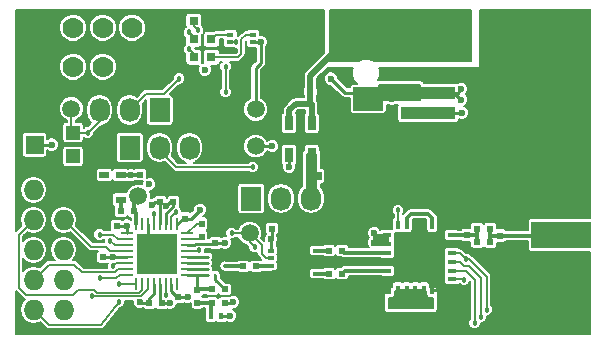
<source format=gbr>
G04 #@! TF.FileFunction,Copper,L1,Top,Signal*
%FSLAX46Y46*%
G04 Gerber Fmt 4.6, Leading zero omitted, Abs format (unit mm)*
G04 Created by KiCad (PCBNEW 4.0.1-stable) date 1/31/2017 10:02:11 PM*
%MOMM*%
G01*
G04 APERTURE LIST*
%ADD10C,0.100000*%
%ADD11R,1.524000X1.524000*%
%ADD12R,0.280000X0.990000*%
%ADD13R,0.990000X0.280000*%
%ADD14R,3.450000X3.450000*%
%ADD15R,0.550000X0.300000*%
%ADD16R,0.300000X0.550000*%
%ADD17R,2.700000X2.700000*%
%ADD18C,0.508000*%
%ADD19R,2.500000X2.000000*%
%ADD20R,1.200000X0.750000*%
%ADD21R,5.080000X2.415000*%
%ADD22R,5.080000X2.290000*%
%ADD23R,0.500000X0.600000*%
%ADD24C,3.000000*%
%ADD25R,0.850000X0.630000*%
%ADD26R,0.600000X0.500000*%
%ADD27R,1.000000X3.130000*%
%ADD28R,2.660000X1.000000*%
%ADD29R,3.800000X1.000000*%
%ADD30C,0.970000*%
%ADD31C,1.500000*%
%ADD32C,1.778000*%
%ADD33R,3.875000X3.875000*%
%ADD34R,0.800000X0.750000*%
%ADD35R,0.800000X0.400000*%
%ADD36R,0.400000X0.800000*%
%ADD37C,0.220000*%
%ADD38R,0.400000X0.600000*%
%ADD39R,1.200000X1.200000*%
%ADD40R,1.500000X1.600000*%
%ADD41R,0.750000X1.240000*%
%ADD42R,0.800000X0.800000*%
%ADD43R,0.600000X0.420000*%
%ADD44R,4.600000X1.100000*%
%ADD45R,9.400000X10.800000*%
%ADD46C,0.600000*%
%ADD47R,1.727200X1.727200*%
%ADD48O,1.727200X1.727200*%
%ADD49R,1.727200X2.032000*%
%ADD50O,1.727200X2.032000*%
%ADD51C,0.457200*%
%ADD52C,1.000000*%
%ADD53C,0.279908*%
%ADD54C,0.340757*%
%ADD55C,0.342138*%
%ADD56C,0.152400*%
%ADD57C,0.300000*%
%ADD58C,0.250000*%
%ADD59C,0.280000*%
%ADD60C,0.327996*%
%ADD61C,0.500000*%
%ADD62C,0.127000*%
%ADD63C,0.400000*%
%ADD64C,0.200000*%
G04 APERTURE END LIST*
D10*
D11*
X120001000Y-106313000D03*
X118251000Y-106313000D03*
X118251000Y-108063000D03*
D12*
X120876000Y-104643000D03*
D13*
X121671000Y-108938000D03*
X116581000Y-105438000D03*
D12*
X117376000Y-109733000D03*
D14*
X119126000Y-107188000D03*
D12*
X117876000Y-109733000D03*
X118376000Y-109733000D03*
X118876000Y-109733000D03*
X119376000Y-109733000D03*
X119876000Y-109733000D03*
X120376000Y-109733000D03*
X120876000Y-109733000D03*
D13*
X116581000Y-105938000D03*
X116581000Y-106438000D03*
X116581000Y-106938000D03*
X116581000Y-107438000D03*
X116581000Y-107938000D03*
X116581000Y-108438000D03*
X116581000Y-108938000D03*
X121671000Y-108438000D03*
X121671000Y-107938000D03*
X121671000Y-107438000D03*
X121671000Y-106938000D03*
X121671000Y-106438000D03*
X121671000Y-105938000D03*
X121671000Y-105438000D03*
D12*
X120376000Y-104643000D03*
X119876000Y-104643000D03*
X119376000Y-104643000D03*
X118876000Y-104643000D03*
X118376000Y-104643000D03*
X117876000Y-104643000D03*
X117376000Y-104643000D03*
D11*
X120001000Y-108063000D03*
D15*
X128833400Y-106893720D03*
X128833400Y-106893720D03*
X128833400Y-107543720D03*
X128833400Y-108193720D03*
X128833400Y-108843720D03*
D16*
X129733400Y-109743720D03*
X130383400Y-109743720D03*
X131033400Y-109743720D03*
X131683400Y-109743720D03*
D15*
X132583400Y-108843720D03*
X132583400Y-108193720D03*
X132583400Y-107543720D03*
X132583400Y-106893720D03*
D16*
X131683400Y-105993720D03*
X131033400Y-105993720D03*
X130383400Y-105993720D03*
X129733400Y-105993720D03*
D17*
X130708400Y-107868720D03*
D18*
X118364000Y-106426000D03*
D19*
X137033000Y-94062800D03*
X137033000Y-98062800D03*
D20*
X132488900Y-100558600D03*
X134388900Y-100558600D03*
D21*
X153377900Y-109932200D03*
D22*
X153377900Y-105549700D03*
D21*
X153377900Y-101167200D03*
D23*
X118516400Y-112411600D03*
X118516400Y-111311600D03*
X119443500Y-101685000D03*
X119443500Y-102785000D03*
D24*
X135774500Y-88455500D03*
X131814500Y-88455500D03*
D23*
X121539000Y-103082000D03*
X121539000Y-104182000D03*
D25*
X114679500Y-100496500D03*
X114679500Y-102576500D03*
X116079500Y-100496500D03*
X116079500Y-102576500D03*
D23*
X120954800Y-111929000D03*
X120954800Y-110829000D03*
X120523000Y-101685000D03*
X120523000Y-102785000D03*
X119545100Y-112398900D03*
X119545100Y-111298900D03*
D26*
X117199500Y-103568500D03*
X116099500Y-103568500D03*
X118787000Y-100457000D03*
X117687000Y-100457000D03*
X114596000Y-107442000D03*
X113496000Y-107442000D03*
X115739000Y-104775000D03*
X114639000Y-104775000D03*
D27*
X149516000Y-112345000D03*
D28*
X148686000Y-113410000D03*
D27*
X136996000Y-101015000D03*
D28*
X137826000Y-113410000D03*
X148686000Y-99950000D03*
D27*
X149516000Y-101015000D03*
D29*
X143256000Y-99950000D03*
D28*
X137826000Y-99950000D03*
D27*
X136996000Y-112345000D03*
D29*
X143256000Y-113410000D03*
D30*
X152019000Y-99060000D03*
D26*
X128863000Y-105029000D03*
X129963000Y-105029000D03*
D31*
X127508000Y-98044000D03*
X127508000Y-94932500D03*
X111887000Y-94869000D03*
X127000000Y-105410000D03*
X117563900Y-102285800D03*
D32*
X117043200Y-91313000D03*
X117043200Y-88011000D03*
X114554000Y-88011000D03*
X112064800Y-88011000D03*
X114554000Y-91313000D03*
X112064800Y-91313000D03*
D26*
X126450000Y-108204000D03*
X127550000Y-108204000D03*
D23*
X122936000Y-104606000D03*
X122936000Y-105706000D03*
D26*
X147362000Y-105029000D03*
X146262000Y-105029000D03*
D23*
X148209000Y-105622000D03*
X148209000Y-106722000D03*
D26*
X147362000Y-106172000D03*
X146262000Y-106172000D03*
D23*
X145364200Y-105583900D03*
X145364200Y-106683900D03*
D33*
X141351000Y-107442000D03*
D34*
X144130500Y-104711500D03*
X144130500Y-110211500D03*
X138630500Y-110211500D03*
X138630500Y-104711500D03*
D35*
X144130500Y-109336500D03*
X138630500Y-105586500D03*
D36*
X139567500Y-110211500D03*
X143192500Y-104711500D03*
X142467500Y-104711500D03*
X141742500Y-104711500D03*
X141017500Y-104711500D03*
X140292500Y-104711500D03*
X139567500Y-104711500D03*
X140292500Y-110211500D03*
X141017500Y-110211500D03*
X141742500Y-110211500D03*
X142467500Y-110211500D03*
X143192500Y-110211500D03*
D35*
X138630500Y-106336500D03*
X138630500Y-107086500D03*
X138630500Y-107836500D03*
X138630500Y-108586500D03*
X138630500Y-109336500D03*
X144130500Y-108586500D03*
X144130500Y-107836500D03*
X144130500Y-107086500D03*
X144130500Y-106336500D03*
X144130500Y-105586500D03*
D26*
X134789000Y-108843600D03*
X133689000Y-108843600D03*
X134789000Y-106892760D03*
X133689000Y-106892760D03*
D37*
X124090000Y-108938000D03*
X123486000Y-108938000D03*
X123486000Y-108438000D03*
X123486000Y-107938000D03*
X123486000Y-107438000D03*
X124910000Y-107438000D03*
X124910000Y-108938000D03*
X124910000Y-108188000D03*
D38*
X123692500Y-112458500D03*
X124592500Y-112458500D03*
D23*
X122555000Y-110194000D03*
X122555000Y-111294000D03*
D26*
X124900000Y-110181000D03*
X123800000Y-110181000D03*
X123783000Y-111315500D03*
X124883000Y-111315500D03*
D39*
X112036000Y-98917000D03*
X112036000Y-96917000D03*
D40*
X108786000Y-97917000D03*
D41*
X132242600Y-98797100D03*
X130342600Y-98797100D03*
X132242600Y-96097100D03*
X130342600Y-96097100D03*
X131292600Y-96097100D03*
D42*
X123762200Y-87477600D03*
X122262200Y-87477600D03*
X123762200Y-89001600D03*
X122262200Y-89001600D03*
X123762200Y-90525600D03*
X122262200Y-90525600D03*
D43*
X127264200Y-89905600D03*
X127264200Y-89255600D03*
X127264200Y-88605600D03*
X125364200Y-89905600D03*
X125364200Y-89255600D03*
X125364200Y-88605600D03*
D26*
X132147400Y-93446600D03*
X131047400Y-93446600D03*
D23*
X124066300Y-105126700D03*
X124066300Y-106226700D03*
D44*
X142113000Y-95221000D03*
X142113000Y-93521000D03*
X142113000Y-90121000D03*
D45*
X151263000Y-91821000D03*
D44*
X142113000Y-91821000D03*
X142113000Y-88421000D03*
D46*
X127031500Y-109473000D03*
X127000000Y-107188000D03*
X134270500Y-107885500D03*
X134270500Y-110044500D03*
X134207000Y-105663000D03*
X146643500Y-107696000D03*
X147786500Y-107696000D03*
X146580000Y-103632000D03*
X147723000Y-103632000D03*
D30*
X150114000Y-109982000D03*
D46*
X134366000Y-98971100D03*
X148583400Y-98525600D03*
X135324600Y-112394000D03*
X151212300Y-112673400D03*
X137877300Y-96023700D03*
X136880600Y-96050100D03*
X134429500Y-102323900D03*
X129933700Y-93662500D03*
D18*
X119888000Y-106426000D03*
X119888000Y-107950000D03*
X118364000Y-107950000D03*
X130683000Y-107823000D03*
X140462000Y-106553000D03*
X142367000Y-106553000D03*
X142367000Y-108331000D03*
X140462000Y-108331000D03*
X141351000Y-107442000D03*
X149098000Y-87884000D03*
X151638000Y-87884000D03*
X154178000Y-87884000D03*
X149098000Y-90424000D03*
X151638000Y-90424000D03*
X154178000Y-90424000D03*
X149098000Y-92964000D03*
X151638000Y-92964000D03*
X154178000Y-92964000D03*
X149098000Y-95504000D03*
X151638000Y-95504000D03*
X154178000Y-95504000D03*
D46*
X143122400Y-98398600D03*
D47*
X111252000Y-101727000D03*
D48*
X108712000Y-101727000D03*
X111252000Y-104267000D03*
X108712000Y-104267000D03*
X111252000Y-106807000D03*
X108712000Y-106807000D03*
X111252000Y-109347000D03*
X108712000Y-109347000D03*
X111252000Y-111887000D03*
X108712000Y-111887000D03*
D49*
X116840000Y-98171000D03*
D50*
X119380000Y-98171000D03*
X121920000Y-98171000D03*
D49*
X119380000Y-94996000D03*
D50*
X116840000Y-94996000D03*
X114300000Y-94996000D03*
D49*
X127127000Y-102489000D03*
D50*
X129667000Y-102489000D03*
X132207000Y-102489000D03*
D46*
X145554700Y-91795600D03*
X138798300Y-91948000D03*
X131279900Y-97370900D03*
X137502900Y-104432100D03*
X124066300Y-104292400D03*
X120942100Y-112801400D03*
X119532400Y-113093500D03*
X118503700Y-113106200D03*
X130810000Y-105029000D03*
X143256000Y-111125000D03*
X137414000Y-110236000D03*
X137414000Y-109347000D03*
X113792000Y-104775000D03*
X119634000Y-100457000D03*
X124714000Y-89865200D03*
X114681000Y-103505000D03*
X112712500Y-107442000D03*
D51*
X119888000Y-110617000D03*
X115443000Y-108204000D03*
X122707400Y-106807000D03*
X120777000Y-103632000D03*
X118872000Y-103759000D03*
D46*
X138976100Y-93167200D03*
X139014200Y-94018100D03*
X127939800Y-89230200D03*
X133858000Y-92329000D03*
X144907000Y-94107000D03*
X144907000Y-93218000D03*
X141859000Y-111125000D03*
X141097000Y-111125000D03*
X140335000Y-111125000D03*
X139573000Y-111125000D03*
D51*
X139547600Y-103492300D03*
X127254000Y-99822000D03*
X146050000Y-113030000D03*
X146558000Y-112522000D03*
X121031000Y-92329000D03*
X147066000Y-111887000D03*
X145351500Y-107632500D03*
D46*
X130352800Y-99809300D03*
D52*
X138442700Y-90055700D03*
X145288000Y-88519000D03*
D46*
X144957800Y-95224600D03*
D51*
X121894600Y-89865200D03*
X121843800Y-88417400D03*
X122631200Y-88214200D03*
X113284000Y-96901000D03*
D46*
X124904500Y-106222800D03*
X137515600Y-106210100D03*
X118491000Y-101282500D03*
X121754900Y-110820200D03*
X117690900Y-111277400D03*
X120230900Y-111302800D03*
X119951500Y-103124000D03*
X118745000Y-103060500D03*
X122809000Y-103441500D03*
X128905000Y-98044000D03*
X110236000Y-97917000D03*
X123190000Y-91567000D03*
X128778000Y-105918000D03*
X137541000Y-105410000D03*
X125349000Y-112395000D03*
X125603000Y-111252000D03*
X116586000Y-104775000D03*
X115443000Y-107442000D03*
X116967000Y-100520500D03*
D51*
X113665000Y-110744000D03*
X114300000Y-109220000D03*
X114300000Y-105537000D03*
X115951000Y-111252000D03*
X115951000Y-109728000D03*
X127419100Y-106603800D03*
X124968000Y-91313000D03*
X125831600Y-89255600D03*
X124968000Y-93472000D03*
X115189000Y-106045000D03*
X145161000Y-109347000D03*
X125476000Y-105410000D03*
D53*
X118376000Y-104643000D02*
X118376000Y-106438000D01*
X118376000Y-106438000D02*
X119126000Y-107188000D01*
D54*
X148209000Y-105622000D02*
X153380000Y-105622000D01*
D55*
X153380000Y-105622000D02*
X153416000Y-105586000D01*
D54*
X148209000Y-105622000D02*
X147362000Y-105622000D01*
D55*
X147383500Y-105600500D02*
X147362000Y-105600500D01*
X147362000Y-105622000D02*
X147383500Y-105600500D01*
D54*
X147362000Y-105029000D02*
X147362000Y-105600500D01*
X147362000Y-105600500D02*
X147362000Y-106172000D01*
D55*
X153413900Y-105583900D02*
X153416000Y-105586000D01*
D53*
X142113000Y-91821000D02*
X145529300Y-91821000D01*
X145529300Y-91821000D02*
X145554700Y-91795600D01*
X142113000Y-91821000D02*
X138925300Y-91821000D01*
X138925300Y-91821000D02*
X138798300Y-91948000D01*
X137826000Y-113410000D02*
X136340600Y-113410000D01*
X136340600Y-113410000D02*
X135324600Y-112394000D01*
X136996000Y-112345000D02*
X135373600Y-112345000D01*
X135373600Y-112345000D02*
X135324600Y-112394000D01*
X148686000Y-113410000D02*
X150475700Y-113410000D01*
X150475700Y-113410000D02*
X151212300Y-112673400D01*
X149516000Y-112345000D02*
X150883900Y-112345000D01*
X150883900Y-112345000D02*
X151212300Y-112673400D01*
X149516000Y-101015000D02*
X149516000Y-99458200D01*
X149516000Y-99458200D02*
X148583400Y-98525600D01*
X148686000Y-99950000D02*
X148686000Y-98628200D01*
X148686000Y-98628200D02*
X148583400Y-98525600D01*
X153416000Y-101204500D02*
X153273500Y-101204500D01*
X153273500Y-101204500D02*
X151129000Y-99060000D01*
X131292600Y-96097100D02*
X131292600Y-97358200D01*
X131292600Y-97358200D02*
X131279900Y-97370900D01*
X138630500Y-104711500D02*
X137782300Y-104711500D01*
X137782300Y-104711500D02*
X137502900Y-104432100D01*
X124066300Y-105126700D02*
X124066300Y-104292400D01*
X120954800Y-111929000D02*
X120954800Y-112788700D01*
X120954800Y-112788700D02*
X120942100Y-112801400D01*
X119545100Y-112398900D02*
X119545100Y-113080800D01*
X119545100Y-113080800D02*
X119532400Y-113093500D01*
X118516400Y-112411600D02*
X118516400Y-113093500D01*
X118516400Y-113093500D02*
X118503700Y-113106200D01*
X145364200Y-106683900D02*
X145631400Y-106683900D01*
X145631400Y-106683900D02*
X146643500Y-107696000D01*
X129963000Y-105029000D02*
X130810000Y-105029000D01*
X143192500Y-110211500D02*
X143192500Y-111061500D01*
X143192500Y-111061500D02*
X143256000Y-111125000D01*
X144130500Y-110211500D02*
X143192500Y-110211500D01*
X143192500Y-110211500D02*
X142467500Y-110211500D01*
X138630500Y-110211500D02*
X137438500Y-110211500D01*
X137438500Y-110211500D02*
X137414000Y-110236000D01*
X138630500Y-109336500D02*
X137424500Y-109336500D01*
X137424500Y-109336500D02*
X137414000Y-109347000D01*
X118999000Y-112437000D02*
X119719000Y-112437000D01*
X119719000Y-112437000D02*
X119761000Y-112395000D01*
X114639000Y-104775000D02*
X113792000Y-104775000D01*
X118787000Y-100457000D02*
X119634000Y-100457000D01*
X114679500Y-102576500D02*
X114679500Y-103503500D01*
X125364200Y-89905600D02*
X124754400Y-89905600D01*
X124754400Y-89905600D02*
X124714000Y-89865200D01*
D55*
X141017500Y-104711500D02*
X141017500Y-107098500D01*
X141017500Y-107098500D02*
X141380500Y-107461500D01*
X141742500Y-104711500D02*
X141742500Y-105918500D01*
X141742500Y-105918500D02*
X141425500Y-106235500D01*
X143192500Y-104711500D02*
X143192500Y-105368500D01*
X143192500Y-105368500D02*
X142325500Y-106235500D01*
X143192500Y-110211500D02*
X143192500Y-109273500D01*
X143192500Y-109273500D02*
X141380500Y-107461500D01*
X142467500Y-110211500D02*
X142467500Y-108548500D01*
X142467500Y-108548500D02*
X141380500Y-107461500D01*
X138630500Y-109336500D02*
X139224500Y-109336500D01*
X139224500Y-109336500D02*
X140525500Y-108035500D01*
X138630500Y-107836500D02*
X140326500Y-107836500D01*
X140326500Y-107836500D02*
X140525500Y-108035500D01*
X132583400Y-107543720D02*
X133928720Y-107543720D01*
X133928720Y-107543720D02*
X134270500Y-107885500D01*
X132583400Y-108193720D02*
X133962280Y-108193720D01*
X133962280Y-108193720D02*
X134270500Y-107885500D01*
X132583400Y-108193720D02*
X131033400Y-108193720D01*
X131033400Y-108193720D02*
X130708400Y-107868720D01*
X132583400Y-107543720D02*
X131691280Y-107543720D01*
X131691280Y-107543720D02*
X131413000Y-107822000D01*
X129733400Y-108843720D02*
X130708400Y-107868720D01*
X129733400Y-105993720D02*
X129733400Y-106893720D01*
X129733400Y-106893720D02*
X130708400Y-107868720D01*
X130383400Y-105993720D02*
X130383400Y-107454600D01*
X130383400Y-107454600D02*
X130016000Y-107822000D01*
X131033400Y-105993720D02*
X131033400Y-107442400D01*
X131033400Y-107442400D02*
X131413000Y-107822000D01*
X131683400Y-105993720D02*
X131683400Y-107551600D01*
X131683400Y-107551600D02*
X131413000Y-107822000D01*
X131683400Y-109743720D02*
X131683400Y-108092400D01*
X131683400Y-108092400D02*
X131413000Y-107822000D01*
X131033400Y-109743720D02*
X131033400Y-108201600D01*
X131033400Y-108201600D02*
X131413000Y-107822000D01*
X130383400Y-109743720D02*
X130383400Y-108189400D01*
X130383400Y-108189400D02*
X130016000Y-107822000D01*
X129733400Y-109743720D02*
X129733400Y-108104600D01*
X129733400Y-108104600D02*
X130016000Y-107822000D01*
X131683400Y-109743720D02*
X129733400Y-109743720D01*
X132588000Y-107885500D02*
X131476500Y-107885500D01*
X131476500Y-107885500D02*
X131413000Y-107822000D01*
X134270500Y-107885500D02*
X132588000Y-107885500D01*
X132588000Y-107885500D02*
X132583400Y-107885500D01*
X132588000Y-107950000D02*
X132583400Y-107950000D01*
X132588000Y-107890100D02*
X132588000Y-107950000D01*
X132583400Y-107885500D02*
X132588000Y-107890100D01*
X132583400Y-107543720D02*
X132583400Y-107950000D01*
X132583400Y-107950000D02*
X132583400Y-108193720D01*
X129733400Y-105993720D02*
X131683400Y-105993720D01*
X144130500Y-106336500D02*
X145016800Y-106336500D01*
X145016800Y-106336500D02*
X145364200Y-106683900D01*
X144130500Y-106336500D02*
X142505500Y-106336500D01*
X142505500Y-106336500D02*
X141380500Y-107461500D01*
X128833400Y-108843720D02*
X129733400Y-108843720D01*
D53*
X114679500Y-103503500D02*
X114681000Y-103505000D01*
X113496000Y-107442000D02*
X112712500Y-107442000D01*
D56*
X119876000Y-109733000D02*
X119876000Y-110605000D01*
X119876000Y-110605000D02*
X119888000Y-110617000D01*
X116581000Y-107938000D02*
X115709000Y-107938000D01*
X115709000Y-107938000D02*
X115443000Y-108204000D01*
X122576400Y-106938000D02*
X121671000Y-106938000D01*
X122707400Y-106807000D02*
X122576400Y-106938000D01*
X121671000Y-105938000D02*
X122704000Y-105938000D01*
X122704000Y-105938000D02*
X122936000Y-105706000D01*
X122936000Y-104606000D02*
X122503000Y-104606000D01*
X122503000Y-104606000D02*
X121671000Y-105438000D01*
X120376000Y-104643000D02*
X120376000Y-104033000D01*
X120376000Y-104033000D02*
X120777000Y-103632000D01*
X118876000Y-103763000D02*
X118876000Y-104643000D01*
X118872000Y-103759000D02*
X118876000Y-103763000D01*
D57*
X117199500Y-103568500D02*
X117199500Y-102650200D01*
X117199500Y-102650200D02*
X117563900Y-102285800D01*
X117376000Y-104643000D02*
X117376000Y-103745000D01*
X117376000Y-103745000D02*
X117199500Y-103568500D01*
D58*
X117348000Y-104615000D02*
X117376000Y-104643000D01*
D59*
X124090000Y-108938000D02*
X124090000Y-109371000D01*
X124090000Y-109371000D02*
X124900000Y-110181000D01*
D54*
X126450000Y-108204000D02*
X124926000Y-108204000D01*
D55*
X124926000Y-108204000D02*
X124910000Y-108188000D01*
D54*
X128833400Y-108193720D02*
X127560280Y-108193720D01*
D55*
X127560280Y-108193720D02*
X127550000Y-108204000D01*
X128827680Y-108188000D02*
X128833400Y-108193720D01*
D54*
X133689000Y-108843600D02*
X132583520Y-108843600D01*
D55*
X132583520Y-108843600D02*
X132583400Y-108843720D01*
D54*
X132583400Y-106893720D02*
X133688040Y-106893720D01*
D55*
X133688040Y-106893720D02*
X133689000Y-106892760D01*
D53*
X142113000Y-93521000D02*
X139329900Y-93521000D01*
X139329900Y-93521000D02*
X138976100Y-93167200D01*
X137033000Y-94062800D02*
X138969500Y-94062800D01*
X138969500Y-94062800D02*
X139014200Y-94018100D01*
X142113000Y-93521000D02*
X135050000Y-93521000D01*
X135050000Y-93521000D02*
X133858000Y-92329000D01*
X127508000Y-94932500D02*
X127508000Y-91440000D01*
X127939800Y-91008200D02*
X127939800Y-89230200D01*
X127508000Y-91440000D02*
X127939800Y-91008200D01*
X127914400Y-89255600D02*
X127939800Y-89230200D01*
X127914400Y-89255600D02*
X127264200Y-89255600D01*
X142113000Y-93521000D02*
X144321000Y-93521000D01*
X144321000Y-93521000D02*
X144907000Y-94107000D01*
X142113000Y-93521000D02*
X144604000Y-93521000D01*
X144604000Y-93521000D02*
X144907000Y-93218000D01*
X139567500Y-110211500D02*
X140292500Y-110211500D01*
X140292500Y-110211500D02*
X141017500Y-110211500D01*
X141017500Y-110211500D02*
X141742500Y-110211500D01*
X141742500Y-110211500D02*
X141742500Y-111008500D01*
X141742500Y-111008500D02*
X141859000Y-111125000D01*
X141017500Y-111045500D02*
X141017500Y-110211500D01*
X141097000Y-111125000D02*
X141017500Y-111045500D01*
X140292500Y-110211500D02*
X140292500Y-111082500D01*
X140292500Y-111082500D02*
X140335000Y-111125000D01*
X139567500Y-111119500D02*
X139567500Y-110211500D01*
X139573000Y-111125000D02*
X139567500Y-111119500D01*
D55*
X140292500Y-104711500D02*
X140292500Y-104157100D01*
X142467500Y-104113500D02*
X142467500Y-104711500D01*
X142138400Y-103784400D02*
X142467500Y-104113500D01*
X140665200Y-103784400D02*
X142138400Y-103784400D01*
X140292500Y-104157100D02*
X140665200Y-103784400D01*
D56*
X139567500Y-104711500D02*
X139567500Y-103512200D01*
X139567500Y-103512200D02*
X139547600Y-103492300D01*
D54*
X138630500Y-107086500D02*
X136471500Y-107086500D01*
X136471500Y-107086500D02*
X134982740Y-107086500D01*
D60*
X134982740Y-107086500D02*
X134789000Y-106892760D01*
D54*
X138630500Y-108586500D02*
X136471500Y-108586500D01*
X135046100Y-108586500D02*
X134789000Y-108843600D01*
X136471500Y-108586500D02*
X135046100Y-108586500D01*
D56*
X119380000Y-98171000D02*
X119380000Y-98425000D01*
X119380000Y-98425000D02*
X120777000Y-99822000D01*
X120777000Y-99822000D02*
X127254000Y-99822000D01*
X146050000Y-113030000D02*
X146050000Y-111887000D01*
X145289500Y-108586500D02*
X144130500Y-108586500D01*
X146050000Y-109347000D02*
X145289500Y-108586500D01*
X146050000Y-111887000D02*
X146050000Y-109347000D01*
X144130500Y-107836500D02*
X144793500Y-107836500D01*
X146558000Y-109220000D02*
X146558000Y-112522000D01*
X144793500Y-107836500D02*
X145161000Y-108204000D01*
X145161000Y-108204000D02*
X145542000Y-108204000D01*
X145542000Y-108204000D02*
X146558000Y-109220000D01*
X119761000Y-93599000D02*
X118237000Y-93599000D01*
X121031000Y-92329000D02*
X119761000Y-93599000D01*
X145605500Y-107632500D02*
X147066000Y-109093000D01*
X147066000Y-109093000D02*
X147066000Y-111887000D01*
X145351500Y-107632500D02*
X145605500Y-107632500D01*
X118237000Y-93599000D02*
X116840000Y-94996000D01*
X144130500Y-107086500D02*
X144805500Y-107086500D01*
X144805500Y-107086500D02*
X145351500Y-107632500D01*
D54*
X145364200Y-105583900D02*
X146262000Y-105583900D01*
D55*
X146240500Y-105600500D02*
X146262000Y-105600500D01*
X146245400Y-105600500D02*
X146240500Y-105600500D01*
X146262000Y-105583900D02*
X146245400Y-105600500D01*
D54*
X146262000Y-105029000D02*
X146262000Y-105600500D01*
X146262000Y-105600500D02*
X146262000Y-106172000D01*
X144130500Y-105586500D02*
X145361600Y-105586500D01*
D55*
X145361600Y-105586500D02*
X145364200Y-105583900D01*
X145380800Y-105600500D02*
X145364200Y-105583900D01*
D53*
X130342600Y-99799100D02*
X130342600Y-98797100D01*
X130342600Y-99799100D02*
X130352800Y-99809300D01*
D61*
X142113000Y-90121000D02*
X145210000Y-90121000D01*
X145210000Y-90121000D02*
X145288000Y-90043000D01*
X132147400Y-93446600D02*
X132147400Y-92082600D01*
X132270500Y-91959500D02*
X135774500Y-88455500D01*
X132147400Y-92082600D02*
X132270500Y-91959500D01*
X132147400Y-93446600D02*
X132147400Y-94390300D01*
X132147400Y-94390300D02*
X132232400Y-94475300D01*
X130342600Y-96097100D02*
X130342600Y-95018900D01*
X130886200Y-94475300D02*
X132232400Y-94475300D01*
X130342600Y-95018900D02*
X130886200Y-94475300D01*
X142113000Y-88421000D02*
X145190000Y-88421000D01*
X145190000Y-88421000D02*
X145288000Y-88519000D01*
X132242600Y-96097100D02*
X132242600Y-94485500D01*
X132242600Y-94485500D02*
X132232400Y-94475300D01*
D53*
X142113000Y-95221000D02*
X144954200Y-95221000D01*
X144954200Y-95221000D02*
X144957800Y-95224600D01*
D57*
X116079500Y-102576500D02*
X116079500Y-103548500D01*
X116079500Y-103548500D02*
X116099500Y-103568500D01*
D56*
X116079500Y-103548500D02*
X116099500Y-103568500D01*
D62*
X121894600Y-89865200D02*
X122262200Y-90232800D01*
X122262200Y-90232800D02*
X122262200Y-90525600D01*
X121843800Y-88417400D02*
X122262200Y-88835800D01*
X122262200Y-88835800D02*
X122262200Y-89001600D01*
X122631200Y-88214200D02*
X122262200Y-87845200D01*
X122262200Y-87477600D02*
X122262200Y-87845200D01*
X127264200Y-88605600D02*
X126684800Y-88605600D01*
X126009400Y-90525600D02*
X123762200Y-90525600D01*
X126288800Y-90246200D02*
X126009400Y-90525600D01*
X126288800Y-89001600D02*
X126288800Y-90246200D01*
X126684800Y-88605600D02*
X126288800Y-89001600D01*
X125364200Y-88605600D02*
X124158200Y-88605600D01*
X124158200Y-88605600D02*
X123762200Y-89001600D01*
D59*
X122555000Y-110194000D02*
X122555000Y-109065000D01*
D55*
X123800000Y-110181000D02*
X122568000Y-110181000D01*
D63*
X122568000Y-110181000D02*
X122555000Y-110194000D01*
D55*
X122568000Y-110181000D02*
X122555000Y-110194000D01*
D59*
X122555000Y-108938000D02*
X122555000Y-108966000D01*
X122555000Y-108966000D02*
X122555000Y-108938000D01*
X123486000Y-108938000D02*
X122555000Y-108938000D01*
X122555000Y-108938000D02*
X121671000Y-108938000D01*
X121671000Y-108438000D02*
X123486000Y-108438000D01*
X121671000Y-107938000D02*
X123486000Y-107938000D01*
X121671000Y-107438000D02*
X123486000Y-107438000D01*
D55*
X123692500Y-112458500D02*
X123692500Y-111406000D01*
X123692500Y-111406000D02*
X123783000Y-111315500D01*
X122555000Y-111294000D02*
X123761500Y-111294000D01*
X123761500Y-111294000D02*
X123783000Y-111315500D01*
D53*
X132168900Y-101523800D02*
X132168900Y-99974400D01*
X132207000Y-99936300D02*
X132242600Y-99900700D01*
X132242600Y-99900700D02*
X132242600Y-98797100D01*
X132168900Y-99974400D02*
X132207000Y-99936300D01*
D56*
X114300000Y-94996000D02*
X114300000Y-95885000D01*
X114300000Y-95885000D02*
X113284000Y-96901000D01*
X111887000Y-94869000D02*
X111887000Y-96768000D01*
X111887000Y-96768000D02*
X112036000Y-96917000D01*
X113268000Y-96917000D02*
X112036000Y-96917000D01*
X113284000Y-96901000D02*
X113268000Y-96917000D01*
X114173000Y-94132400D02*
X114147600Y-94107000D01*
D62*
X114173000Y-94132400D02*
X114147600Y-94107000D01*
D53*
X138630500Y-105586500D02*
X138630500Y-105590500D01*
X138630500Y-105590500D02*
X138176000Y-106045000D01*
X137515600Y-105791000D02*
X137541000Y-105791000D01*
X137541000Y-105791000D02*
X137795000Y-106045000D01*
X137795000Y-106045000D02*
X138176000Y-106045000D01*
X138176000Y-106045000D02*
X138630500Y-106045000D01*
X137515600Y-105816400D02*
X137515600Y-105791000D01*
X137515600Y-105791000D02*
X137515600Y-105435400D01*
X137515600Y-105435400D02*
X137541000Y-105410000D01*
X138630500Y-105586500D02*
X138380500Y-105586500D01*
X138380500Y-105586500D02*
X138176000Y-105791000D01*
X138176000Y-105791000D02*
X137541000Y-105791000D01*
X137515600Y-105816400D02*
X137515600Y-106210100D01*
X137541000Y-105791000D02*
X137515600Y-105816400D01*
X138630500Y-106336500D02*
X138594500Y-106336500D01*
X138594500Y-106336500D02*
X138468100Y-106210100D01*
X138468100Y-106210100D02*
X137515600Y-106210100D01*
X124066300Y-106226700D02*
X124900600Y-106226700D01*
X124900600Y-106226700D02*
X124904500Y-106222800D01*
X121671000Y-106438000D02*
X122283856Y-106438000D01*
X122422856Y-106299000D02*
X123994000Y-106299000D01*
X122283856Y-106438000D02*
X122422856Y-106299000D01*
X123994000Y-106299000D02*
X124066300Y-106226700D01*
X138630500Y-106336500D02*
X137642000Y-106336500D01*
X137642000Y-106336500D02*
X137515600Y-106210100D01*
X120376000Y-109733000D02*
X120376000Y-110355700D01*
X120376000Y-110355700D02*
X120849300Y-110829000D01*
X120849300Y-110829000D02*
X120954800Y-110829000D01*
X120954800Y-110829000D02*
X121746100Y-110829000D01*
X121746100Y-110829000D02*
X121754900Y-110820200D01*
X119376000Y-109733000D02*
X119376000Y-111129800D01*
X119376000Y-111129800D02*
X119545100Y-111298900D01*
X118516400Y-111311600D02*
X118516400Y-110896400D01*
X118876000Y-110536800D02*
X118876000Y-109733000D01*
X118516400Y-110896400D02*
X118876000Y-110536800D01*
X118516400Y-111311600D02*
X117725100Y-111311600D01*
X117725100Y-111311600D02*
X117690900Y-111277400D01*
X119545100Y-111298900D02*
X120227000Y-111298900D01*
X120227000Y-111298900D02*
X120230900Y-111302800D01*
X119876000Y-104643000D02*
X119876000Y-103771000D01*
X120523000Y-103124000D02*
X120523000Y-102785000D01*
X119876000Y-103771000D02*
X120523000Y-103124000D01*
X119376000Y-104643000D02*
X119376000Y-102852500D01*
X119376000Y-102852500D02*
X119443500Y-102785000D01*
X120523000Y-102785000D02*
X120290500Y-102785000D01*
X120290500Y-102785000D02*
X119951500Y-103124000D01*
X119443500Y-102785000D02*
X119020500Y-102785000D01*
X119020500Y-102785000D02*
X118745000Y-103060500D01*
X121539000Y-104182000D02*
X122068500Y-104182000D01*
X122068500Y-104182000D02*
X122809000Y-103441500D01*
X121539000Y-104182000D02*
X121337000Y-104182000D01*
X121337000Y-104182000D02*
X120876000Y-104643000D01*
X127508000Y-98044000D02*
X128905000Y-98044000D01*
X108786000Y-97917000D02*
X110236000Y-97917000D01*
X128833400Y-106893720D02*
X128833400Y-105973400D01*
X128863000Y-105833000D02*
X128778000Y-105918000D01*
X128863000Y-105833000D02*
X128863000Y-105029000D01*
X128833400Y-105973400D02*
X128778000Y-105918000D01*
X138630500Y-105586500D02*
X138630500Y-106045000D01*
X138630500Y-106045000D02*
X138630500Y-106336500D01*
X137717500Y-105586500D02*
X138630500Y-105586500D01*
X137541000Y-105410000D02*
X137717500Y-105586500D01*
X124592500Y-112458500D02*
X125285500Y-112458500D01*
X125285500Y-112458500D02*
X125349000Y-112395000D01*
X124883000Y-111315500D02*
X125539500Y-111315500D01*
X125539500Y-111315500D02*
X125603000Y-111252000D01*
X116581000Y-105438000D02*
X116581000Y-104780000D01*
X116586000Y-104775000D02*
X115739000Y-104775000D01*
X116581000Y-104780000D02*
X116586000Y-104775000D01*
X116581000Y-107438000D02*
X115447000Y-107438000D01*
X115443000Y-107442000D02*
X114596000Y-107442000D01*
X115447000Y-107438000D02*
X115443000Y-107442000D01*
D55*
X117687000Y-100457000D02*
X117030500Y-100457000D01*
X117030500Y-100457000D02*
X116967000Y-100520500D01*
X116079500Y-100496500D02*
X116943000Y-100496500D01*
X116943000Y-100496500D02*
X116967000Y-100520500D01*
D56*
X116581000Y-106938000D02*
X115193000Y-106938000D01*
X113538000Y-106553000D02*
X111252000Y-104267000D01*
X114808000Y-106553000D02*
X113538000Y-106553000D01*
X115193000Y-106938000D02*
X114808000Y-106553000D01*
X117876000Y-109733000D02*
X117876000Y-110190598D01*
X117876000Y-110190598D02*
X117614698Y-110451900D01*
X107442000Y-105537000D02*
X108712000Y-104267000D01*
X107442000Y-110020100D02*
X107442000Y-105537000D01*
X108038900Y-110617000D02*
X107442000Y-110020100D01*
X112052100Y-110617000D02*
X108038900Y-110617000D01*
X112433100Y-110236000D02*
X112052100Y-110617000D01*
X113817400Y-110236000D02*
X112433100Y-110236000D01*
X114033300Y-110451900D02*
X113817400Y-110236000D01*
X117614698Y-110451900D02*
X114033300Y-110451900D01*
D62*
X117876000Y-109733000D02*
X117876000Y-110152500D01*
X118376000Y-109733000D02*
X118376000Y-110160500D01*
D56*
X118376000Y-110160500D02*
X117792500Y-110744000D01*
X117792500Y-110744000D02*
X116586000Y-110744000D01*
X111252000Y-107188000D02*
X111252000Y-106807000D01*
X113665000Y-110744000D02*
X116586000Y-110744000D01*
X114935000Y-109220000D02*
X114300000Y-109220000D01*
X115979000Y-108938000D02*
X115697000Y-109220000D01*
X115697000Y-109220000D02*
X114935000Y-109220000D01*
X116581000Y-108938000D02*
X115979000Y-108938000D01*
X115844000Y-105938000D02*
X115443000Y-105537000D01*
X115443000Y-105537000D02*
X114300000Y-105537000D01*
X116581000Y-105938000D02*
X115844000Y-105938000D01*
X115844000Y-108438000D02*
X115570000Y-108712000D01*
X115570000Y-108712000D02*
X114935000Y-108712000D01*
X114935000Y-108712000D02*
X112776000Y-108712000D01*
X116581000Y-108438000D02*
X115844000Y-108438000D01*
X109982000Y-108077000D02*
X108712000Y-109347000D01*
X112141000Y-108077000D02*
X109982000Y-108077000D01*
X112776000Y-108712000D02*
X112141000Y-108077000D01*
X117376000Y-109733000D02*
X115956000Y-109733000D01*
X109982000Y-113157000D02*
X108712000Y-111887000D01*
X114427000Y-113157000D02*
X109982000Y-113157000D01*
X115951000Y-111252000D02*
X114427000Y-113157000D01*
X115956000Y-109733000D02*
X115951000Y-109728000D01*
X127000000Y-106184700D02*
X127000000Y-105410000D01*
X127419100Y-106603800D02*
X127000000Y-106184700D01*
X124968000Y-91821000D02*
X124968000Y-91313000D01*
D62*
X125831600Y-89255600D02*
X125364200Y-89255600D01*
D56*
X124968000Y-93472000D02*
X124968000Y-91821000D01*
X115582000Y-106438000D02*
X115189000Y-106045000D01*
X145161000Y-109347000D02*
X145150500Y-109336500D01*
X145150500Y-109336500D02*
X144130500Y-109336500D01*
X127000000Y-105410000D02*
X125476000Y-105410000D01*
X116581000Y-106438000D02*
X115582000Y-106438000D01*
X128833400Y-107543720D02*
X128371720Y-107543720D01*
X128016000Y-106426000D02*
X127000000Y-105410000D01*
X128016000Y-107188000D02*
X128016000Y-106426000D01*
X128371720Y-107543720D02*
X128016000Y-107188000D01*
D64*
G36*
X145696000Y-90832000D02*
X137492721Y-90832000D01*
X137092244Y-90665707D01*
X136618833Y-90665294D01*
X136215374Y-90832000D01*
X133831000Y-90832000D01*
X133831000Y-86481000D01*
X145696000Y-86481000D01*
X145696000Y-90832000D01*
X145696000Y-90832000D01*
G37*
X145696000Y-90832000D02*
X137492721Y-90832000D01*
X137092244Y-90665707D01*
X136618833Y-90665294D01*
X136215374Y-90832000D01*
X133831000Y-90832000D01*
X133831000Y-86481000D01*
X145696000Y-86481000D01*
X145696000Y-90832000D01*
G36*
X133250000Y-90202182D02*
X131758491Y-91693691D01*
X131639266Y-91872124D01*
X131597400Y-92082600D01*
X131597400Y-93031088D01*
X131565622Y-93077597D01*
X131541523Y-93196600D01*
X131541523Y-93696600D01*
X131562442Y-93807773D01*
X131597400Y-93862100D01*
X131597400Y-93925300D01*
X130886200Y-93925300D01*
X130675724Y-93967166D01*
X130497291Y-94086391D01*
X130497289Y-94086394D01*
X129953691Y-94629991D01*
X129834466Y-94808424D01*
X129792600Y-95018900D01*
X129792600Y-95233213D01*
X129754321Y-95257845D01*
X129685822Y-95358097D01*
X129661723Y-95477100D01*
X129661723Y-96717100D01*
X129682642Y-96828273D01*
X129748345Y-96930379D01*
X129848597Y-96998878D01*
X129967600Y-97022977D01*
X130717600Y-97022977D01*
X130828773Y-97002058D01*
X130930879Y-96936355D01*
X130999378Y-96836103D01*
X131023477Y-96717100D01*
X131023477Y-95477100D01*
X131002558Y-95365927D01*
X130936855Y-95263821D01*
X130900403Y-95238915D01*
X131114017Y-95025300D01*
X131692600Y-95025300D01*
X131692600Y-95233213D01*
X131654321Y-95257845D01*
X131585822Y-95358097D01*
X131561723Y-95477100D01*
X131561723Y-96717100D01*
X131582642Y-96828273D01*
X131648345Y-96930379D01*
X131748597Y-96998878D01*
X131867600Y-97022977D01*
X132617600Y-97022977D01*
X132728773Y-97002058D01*
X132830879Y-96936355D01*
X132899378Y-96836103D01*
X132923477Y-96717100D01*
X132923477Y-95477100D01*
X132902558Y-95365927D01*
X132836855Y-95263821D01*
X132792600Y-95233583D01*
X132792600Y-94485500D01*
X132750734Y-94275024D01*
X132697400Y-94195204D01*
X132697400Y-93862112D01*
X132729178Y-93815603D01*
X132753277Y-93696600D01*
X132753277Y-93196600D01*
X132732358Y-93085427D01*
X132697400Y-93031100D01*
X132697400Y-92310418D01*
X133594818Y-91413000D01*
X135749729Y-91413000D01*
X135664707Y-91617756D01*
X135664294Y-92091167D01*
X135845079Y-92528700D01*
X136072904Y-92756923D01*
X135783000Y-92756923D01*
X135671827Y-92777842D01*
X135569721Y-92843545D01*
X135501222Y-92943797D01*
X135477123Y-93062800D01*
X135477123Y-93081046D01*
X135232235Y-93081046D01*
X134458020Y-92306832D01*
X134458104Y-92210176D01*
X134366952Y-91989571D01*
X134198317Y-91820641D01*
X133977871Y-91729104D01*
X133739176Y-91728896D01*
X133518571Y-91820048D01*
X133349641Y-91988683D01*
X133258104Y-92209129D01*
X133257896Y-92447824D01*
X133349048Y-92668429D01*
X133517683Y-92837359D01*
X133738129Y-92928896D01*
X133835793Y-92928981D01*
X134738906Y-93832095D01*
X134878398Y-93925300D01*
X134881637Y-93927464D01*
X135050000Y-93960954D01*
X135477123Y-93960954D01*
X135477123Y-95062800D01*
X135498042Y-95173973D01*
X135563745Y-95276079D01*
X135663997Y-95344578D01*
X135783000Y-95368677D01*
X138283000Y-95368677D01*
X138394173Y-95347758D01*
X138496279Y-95282055D01*
X138564778Y-95181803D01*
X138588877Y-95062800D01*
X138588877Y-94584800D01*
X138814384Y-94584800D01*
X138894329Y-94617996D01*
X139133024Y-94618204D01*
X139213868Y-94584800D01*
X139524579Y-94584800D01*
X139507123Y-94671000D01*
X139507123Y-95771000D01*
X139528042Y-95882173D01*
X139593745Y-95984279D01*
X139693997Y-96052778D01*
X139813000Y-96076877D01*
X144413000Y-96076877D01*
X144524173Y-96055958D01*
X144626279Y-95990255D01*
X144694778Y-95890003D01*
X144718118Y-95774746D01*
X144837929Y-95824496D01*
X145076624Y-95824704D01*
X145297229Y-95733552D01*
X145466159Y-95564917D01*
X145557696Y-95344471D01*
X145557904Y-95105776D01*
X145466752Y-94885171D01*
X145298117Y-94716241D01*
X145151277Y-94655268D01*
X145246429Y-94615952D01*
X145415359Y-94447317D01*
X145506896Y-94226871D01*
X145507104Y-93988176D01*
X145415952Y-93767571D01*
X145311029Y-93662465D01*
X145415359Y-93558317D01*
X145506896Y-93337871D01*
X145507104Y-93099176D01*
X145415952Y-92878571D01*
X145247317Y-92709641D01*
X145026871Y-92618104D01*
X144788176Y-92617896D01*
X144567571Y-92709048D01*
X144564909Y-92711706D01*
X144532003Y-92689222D01*
X144413000Y-92665123D01*
X141757607Y-92665123D01*
X141757483Y-92664463D01*
X141693042Y-92564319D01*
X141594717Y-92497136D01*
X141478000Y-92473500D01*
X137886396Y-92473500D01*
X138044293Y-92093244D01*
X138044706Y-91619833D01*
X137959244Y-91413000D01*
X146431000Y-91413000D01*
X146469906Y-91405121D01*
X146502681Y-91382727D01*
X146524161Y-91349346D01*
X146531000Y-91313000D01*
X146531000Y-86481000D01*
X155835000Y-86481000D01*
X155835000Y-104098823D01*
X150837900Y-104098823D01*
X150726727Y-104119742D01*
X150624621Y-104185445D01*
X150556122Y-104285697D01*
X150532023Y-104404700D01*
X150532023Y-105151622D01*
X148705861Y-105151622D01*
X148678255Y-105108721D01*
X148578003Y-105040222D01*
X148459000Y-105016123D01*
X147967877Y-105016123D01*
X147967877Y-104779000D01*
X147946958Y-104667827D01*
X147881255Y-104565721D01*
X147781003Y-104497222D01*
X147662000Y-104473123D01*
X147062000Y-104473123D01*
X146950827Y-104494042D01*
X146848721Y-104559745D01*
X146811996Y-104613494D01*
X146781255Y-104565721D01*
X146681003Y-104497222D01*
X146562000Y-104473123D01*
X145962000Y-104473123D01*
X145850827Y-104494042D01*
X145748721Y-104559745D01*
X145680222Y-104659997D01*
X145656123Y-104779000D01*
X145656123Y-104986513D01*
X145614200Y-104978023D01*
X145114200Y-104978023D01*
X145003027Y-104998942D01*
X144900921Y-105064645D01*
X144865748Y-105116122D01*
X144666188Y-105116122D01*
X144649503Y-105104722D01*
X144530500Y-105080623D01*
X143730500Y-105080623D01*
X143619327Y-105101542D01*
X143517221Y-105167245D01*
X143448722Y-105267497D01*
X143424623Y-105386500D01*
X143424623Y-105786500D01*
X143445542Y-105897673D01*
X143511245Y-105999779D01*
X143611497Y-106068278D01*
X143730500Y-106092377D01*
X144530500Y-106092377D01*
X144641673Y-106071458D01*
X144664331Y-106056878D01*
X144869012Y-106056878D01*
X144894945Y-106097179D01*
X144995197Y-106165678D01*
X145114200Y-106189777D01*
X145614200Y-106189777D01*
X145656123Y-106181889D01*
X145656123Y-106422000D01*
X145677042Y-106533173D01*
X145742745Y-106635279D01*
X145842997Y-106703778D01*
X145962000Y-106727877D01*
X146562000Y-106727877D01*
X146673173Y-106706958D01*
X146775279Y-106641255D01*
X146812004Y-106587506D01*
X146842745Y-106635279D01*
X146942997Y-106703778D01*
X147062000Y-106727877D01*
X147662000Y-106727877D01*
X147773173Y-106706958D01*
X147875279Y-106641255D01*
X147943778Y-106541003D01*
X147967877Y-106422000D01*
X147967877Y-106227877D01*
X148459000Y-106227877D01*
X148570173Y-106206958D01*
X148672279Y-106141255D01*
X148705675Y-106092378D01*
X150532023Y-106092378D01*
X150532023Y-106694700D01*
X150552942Y-106805873D01*
X150618645Y-106907979D01*
X150718897Y-106976478D01*
X150837900Y-107000577D01*
X155835000Y-107000577D01*
X155835000Y-113925000D01*
X107182000Y-113925000D01*
X107182000Y-110292128D01*
X107772886Y-110883014D01*
X107894934Y-110964563D01*
X107903697Y-110966306D01*
X107979155Y-110981316D01*
X107889211Y-111041415D01*
X107636974Y-111418914D01*
X107548400Y-111864204D01*
X107548400Y-111909796D01*
X107636974Y-112355086D01*
X107889211Y-112732585D01*
X108266710Y-112984822D01*
X108712000Y-113073396D01*
X109157290Y-112984822D01*
X109229527Y-112936555D01*
X109715984Y-113423011D01*
X109715986Y-113423014D01*
X109838034Y-113504563D01*
X109982000Y-113533200D01*
X114427000Y-113533200D01*
X114447606Y-113529101D01*
X114468544Y-113530900D01*
X114519030Y-113514894D01*
X114570966Y-113504563D01*
X114588438Y-113492889D01*
X114608466Y-113486539D01*
X114648974Y-113452440D01*
X114693014Y-113423014D01*
X114704689Y-113405540D01*
X114720763Y-113392010D01*
X116009850Y-111780652D01*
X116055684Y-111780692D01*
X116250037Y-111700387D01*
X116398864Y-111551819D01*
X116479508Y-111357606D01*
X116479692Y-111147316D01*
X116468488Y-111120200D01*
X117106504Y-111120200D01*
X117091004Y-111157529D01*
X117090796Y-111396224D01*
X117181948Y-111616829D01*
X117350583Y-111785759D01*
X117571029Y-111877296D01*
X117809724Y-111877504D01*
X118024029Y-111788955D01*
X118047145Y-111824879D01*
X118147397Y-111893378D01*
X118266400Y-111917477D01*
X118766400Y-111917477D01*
X118877573Y-111896558D01*
X118979679Y-111830855D01*
X119035393Y-111749314D01*
X119075845Y-111812179D01*
X119176097Y-111880678D01*
X119295100Y-111904777D01*
X119795100Y-111904777D01*
X119906273Y-111883858D01*
X119968787Y-111843632D01*
X120111029Y-111902696D01*
X120349724Y-111902904D01*
X120570329Y-111811752D01*
X120739259Y-111643117D01*
X120825728Y-111434877D01*
X121204800Y-111434877D01*
X121315973Y-111413958D01*
X121418079Y-111348255D01*
X121427790Y-111334043D01*
X121635029Y-111420096D01*
X121873724Y-111420304D01*
X121999123Y-111368490D01*
X121999123Y-111594000D01*
X122020042Y-111705173D01*
X122085745Y-111807279D01*
X122185997Y-111875778D01*
X122305000Y-111899877D01*
X122805000Y-111899877D01*
X122916173Y-111878958D01*
X123018279Y-111813255D01*
X123051203Y-111765069D01*
X123221431Y-111765069D01*
X123221431Y-112023824D01*
X123210722Y-112039497D01*
X123186623Y-112158500D01*
X123186623Y-112758500D01*
X123207542Y-112869673D01*
X123273245Y-112971779D01*
X123373497Y-113040278D01*
X123492500Y-113064377D01*
X123892500Y-113064377D01*
X124003673Y-113043458D01*
X124105779Y-112977755D01*
X124142504Y-112924006D01*
X124173245Y-112971779D01*
X124273497Y-113040278D01*
X124392500Y-113064377D01*
X124792500Y-113064377D01*
X124903673Y-113043458D01*
X125005779Y-112977755D01*
X125046019Y-112918862D01*
X125229129Y-112994896D01*
X125467824Y-112995104D01*
X125688429Y-112903952D01*
X125857359Y-112735317D01*
X125948896Y-112514871D01*
X125949104Y-112276176D01*
X125857952Y-112055571D01*
X125689317Y-111886641D01*
X125605899Y-111852003D01*
X125721824Y-111852104D01*
X125942429Y-111760952D01*
X126111359Y-111592317D01*
X126202896Y-111371871D01*
X126203104Y-111133176D01*
X126111952Y-110912571D01*
X125943317Y-110743641D01*
X125722871Y-110652104D01*
X125484176Y-110651896D01*
X125263571Y-110743048D01*
X125236179Y-110770392D01*
X125183000Y-110759623D01*
X124583000Y-110759623D01*
X124471827Y-110780542D01*
X124369721Y-110846245D01*
X124332996Y-110899994D01*
X124302255Y-110852221D01*
X124202003Y-110783722D01*
X124083000Y-110759623D01*
X123483000Y-110759623D01*
X123371827Y-110780542D01*
X123305952Y-110822931D01*
X123051416Y-110822931D01*
X123024255Y-110780721D01*
X122970506Y-110743996D01*
X123018279Y-110713255D01*
X123060085Y-110652069D01*
X123292146Y-110652069D01*
X123380997Y-110712778D01*
X123500000Y-110736877D01*
X124100000Y-110736877D01*
X124211173Y-110715958D01*
X124313279Y-110650255D01*
X124350004Y-110596506D01*
X124380745Y-110644279D01*
X124480997Y-110712778D01*
X124600000Y-110736877D01*
X125200000Y-110736877D01*
X125311173Y-110715958D01*
X125413279Y-110650255D01*
X125481778Y-110550003D01*
X125505877Y-110431000D01*
X125505877Y-110236000D01*
X138384000Y-110236000D01*
X138384000Y-111887000D01*
X138404517Y-111996037D01*
X138468958Y-112096181D01*
X138567283Y-112163364D01*
X138684000Y-112187000D01*
X142621000Y-112187000D01*
X142730037Y-112166483D01*
X142830181Y-112102042D01*
X142897364Y-112003717D01*
X142921000Y-111887000D01*
X142921000Y-110236000D01*
X142900483Y-110126963D01*
X142836042Y-110026819D01*
X142737717Y-109959636D01*
X142621000Y-109936000D01*
X142248377Y-109936000D01*
X142248377Y-109811500D01*
X142227458Y-109700327D01*
X142161755Y-109598221D01*
X142061503Y-109529722D01*
X141942500Y-109505623D01*
X141542500Y-109505623D01*
X141431327Y-109526542D01*
X141380096Y-109559508D01*
X141336503Y-109529722D01*
X141217500Y-109505623D01*
X140817500Y-109505623D01*
X140706327Y-109526542D01*
X140655096Y-109559508D01*
X140611503Y-109529722D01*
X140492500Y-109505623D01*
X140092500Y-109505623D01*
X139981327Y-109526542D01*
X139930096Y-109559508D01*
X139886503Y-109529722D01*
X139767500Y-109505623D01*
X139367500Y-109505623D01*
X139256327Y-109526542D01*
X139154221Y-109592245D01*
X139085722Y-109692497D01*
X139061623Y-109811500D01*
X139061623Y-109936000D01*
X138684000Y-109936000D01*
X138574963Y-109956517D01*
X138474819Y-110020958D01*
X138407636Y-110119283D01*
X138384000Y-110236000D01*
X125505877Y-110236000D01*
X125505877Y-109931000D01*
X125484958Y-109819827D01*
X125419255Y-109717721D01*
X125319003Y-109649222D01*
X125200000Y-109625123D01*
X124966377Y-109625123D01*
X124530000Y-109188746D01*
X124530000Y-108938000D01*
X124496507Y-108769619D01*
X124401127Y-108626873D01*
X124258381Y-108531493D01*
X124090000Y-108498000D01*
X123921619Y-108531493D01*
X123905224Y-108542448D01*
X123926000Y-108438000D01*
X123892507Y-108269619D01*
X123837971Y-108188000D01*
X123892507Y-108106381D01*
X123926000Y-107938000D01*
X123892507Y-107769619D01*
X123837971Y-107688000D01*
X123892507Y-107606381D01*
X123926000Y-107438000D01*
X123892507Y-107269619D01*
X123797127Y-107126873D01*
X123654381Y-107031493D01*
X123486000Y-106998000D01*
X123200449Y-106998000D01*
X123235908Y-106912606D01*
X123236060Y-106738954D01*
X123596385Y-106738954D01*
X123597045Y-106739979D01*
X123697297Y-106808478D01*
X123816300Y-106832577D01*
X124316300Y-106832577D01*
X124427473Y-106811658D01*
X124529579Y-106745955D01*
X124549642Y-106716592D01*
X124564183Y-106731159D01*
X124784629Y-106822696D01*
X125023324Y-106822904D01*
X125243929Y-106731752D01*
X125412859Y-106563117D01*
X125504396Y-106342671D01*
X125504604Y-106103976D01*
X125436258Y-105938566D01*
X125580684Y-105938692D01*
X125775037Y-105858387D01*
X125847350Y-105786200D01*
X126019341Y-105786200D01*
X126109334Y-106004000D01*
X126404446Y-106299628D01*
X126720810Y-106430994D01*
X126733986Y-106450714D01*
X126890497Y-106607225D01*
X126890408Y-106708484D01*
X126970713Y-106902837D01*
X127119281Y-107051664D01*
X127313494Y-107132308D01*
X127523784Y-107132492D01*
X127639800Y-107084555D01*
X127639800Y-107187995D01*
X127639799Y-107188000D01*
X127657644Y-107277706D01*
X127668437Y-107331966D01*
X127723648Y-107414596D01*
X127749986Y-107454014D01*
X127967989Y-107672017D01*
X127850000Y-107648123D01*
X127250000Y-107648123D01*
X127138827Y-107669042D01*
X127036721Y-107734745D01*
X126999996Y-107788494D01*
X126969255Y-107740721D01*
X126869003Y-107672222D01*
X126750000Y-107648123D01*
X126150000Y-107648123D01*
X126038827Y-107669042D01*
X125938466Y-107733622D01*
X124993912Y-107733622D01*
X124910000Y-107716931D01*
X124729729Y-107752789D01*
X124576904Y-107854904D01*
X124474789Y-108007729D01*
X124438931Y-108188000D01*
X124474789Y-108368271D01*
X124576904Y-108521096D01*
X124592904Y-108537096D01*
X124745729Y-108639210D01*
X124926000Y-108675069D01*
X124929474Y-108674378D01*
X125941135Y-108674378D01*
X126030997Y-108735778D01*
X126150000Y-108759877D01*
X126750000Y-108759877D01*
X126861173Y-108738958D01*
X126963279Y-108673255D01*
X127000004Y-108619506D01*
X127030745Y-108667279D01*
X127130997Y-108735778D01*
X127250000Y-108759877D01*
X127850000Y-108759877D01*
X127961173Y-108738958D01*
X128031475Y-108693720D01*
X132002523Y-108693720D01*
X132002523Y-108993720D01*
X132023442Y-109104893D01*
X132089145Y-109206999D01*
X132189397Y-109275498D01*
X132308400Y-109299597D01*
X132507024Y-109299597D01*
X132583400Y-109314789D01*
X132587477Y-109313978D01*
X133180135Y-109313978D01*
X133269997Y-109375378D01*
X133389000Y-109399477D01*
X133989000Y-109399477D01*
X134100173Y-109378558D01*
X134202279Y-109312855D01*
X134239004Y-109259106D01*
X134269745Y-109306879D01*
X134369997Y-109375378D01*
X134489000Y-109399477D01*
X135089000Y-109399477D01*
X135200173Y-109378558D01*
X135302279Y-109312855D01*
X135370778Y-109212603D01*
X135394877Y-109093600D01*
X135394877Y-109056878D01*
X138094812Y-109056878D01*
X138111497Y-109068278D01*
X138230500Y-109092377D01*
X139030500Y-109092377D01*
X139141673Y-109071458D01*
X139243779Y-109005755D01*
X139312278Y-108905503D01*
X139336377Y-108786500D01*
X139336377Y-108386500D01*
X139315458Y-108275327D01*
X139249755Y-108173221D01*
X139149503Y-108104722D01*
X139030500Y-108080623D01*
X138230500Y-108080623D01*
X138119327Y-108101542D01*
X138096669Y-108116122D01*
X135046100Y-108116122D01*
X134887481Y-108147673D01*
X134866094Y-108151927D01*
X134713492Y-108253893D01*
X134679662Y-108287723D01*
X134489000Y-108287723D01*
X134377827Y-108308642D01*
X134275721Y-108374345D01*
X134238996Y-108428094D01*
X134208255Y-108380321D01*
X134108003Y-108311822D01*
X133989000Y-108287723D01*
X133389000Y-108287723D01*
X133277827Y-108308642D01*
X133177466Y-108373222D01*
X132586994Y-108373222D01*
X132583520Y-108372531D01*
X132506542Y-108387843D01*
X132308400Y-108387843D01*
X132197227Y-108408762D01*
X132095121Y-108474465D01*
X132026622Y-108574717D01*
X132002523Y-108693720D01*
X128031475Y-108693720D01*
X128063279Y-108673255D01*
X128069536Y-108664098D01*
X128829926Y-108664098D01*
X128833400Y-108664789D01*
X128909775Y-108649597D01*
X129108400Y-108649597D01*
X129219573Y-108628678D01*
X129321679Y-108562975D01*
X129390178Y-108462723D01*
X129414277Y-108343720D01*
X129414277Y-108043720D01*
X129393358Y-107932547D01*
X129352107Y-107868441D01*
X129390178Y-107812723D01*
X129414277Y-107693720D01*
X129414277Y-107393720D01*
X129393358Y-107282547D01*
X129352107Y-107218441D01*
X129390178Y-107162723D01*
X129414277Y-107043720D01*
X129414277Y-106743720D01*
X132002523Y-106743720D01*
X132002523Y-107043720D01*
X132023442Y-107154893D01*
X132089145Y-107256999D01*
X132189397Y-107325498D01*
X132308400Y-107349597D01*
X132510498Y-107349597D01*
X132583400Y-107364098D01*
X133181540Y-107364098D01*
X133269997Y-107424538D01*
X133389000Y-107448637D01*
X133989000Y-107448637D01*
X134100173Y-107427718D01*
X134202279Y-107362015D01*
X134239004Y-107308266D01*
X134269745Y-107356039D01*
X134369997Y-107424538D01*
X134489000Y-107448637D01*
X134694327Y-107448637D01*
X134802734Y-107521073D01*
X134982740Y-107556878D01*
X138094812Y-107556878D01*
X138111497Y-107568278D01*
X138230500Y-107592377D01*
X139030500Y-107592377D01*
X139141673Y-107571458D01*
X139243779Y-107505755D01*
X139312278Y-107405503D01*
X139336377Y-107286500D01*
X139336377Y-106886500D01*
X143424623Y-106886500D01*
X143424623Y-107286500D01*
X143445542Y-107397673D01*
X143486793Y-107461779D01*
X143448722Y-107517497D01*
X143424623Y-107636500D01*
X143424623Y-108036500D01*
X143445542Y-108147673D01*
X143486793Y-108211779D01*
X143448722Y-108267497D01*
X143424623Y-108386500D01*
X143424623Y-108786500D01*
X143445542Y-108897673D01*
X143486793Y-108961779D01*
X143448722Y-109017497D01*
X143424623Y-109136500D01*
X143424623Y-109536500D01*
X143445542Y-109647673D01*
X143511245Y-109749779D01*
X143611497Y-109818278D01*
X143730500Y-109842377D01*
X144530500Y-109842377D01*
X144641673Y-109821458D01*
X144743779Y-109755755D01*
X144773197Y-109712700D01*
X144779160Y-109712700D01*
X144861181Y-109794864D01*
X145055394Y-109875508D01*
X145265684Y-109875692D01*
X145460037Y-109795387D01*
X145608864Y-109646819D01*
X145670164Y-109499191D01*
X145673800Y-109502827D01*
X145673800Y-112658642D01*
X145602136Y-112730181D01*
X145521492Y-112924394D01*
X145521308Y-113134684D01*
X145601613Y-113329037D01*
X145750181Y-113477864D01*
X145944394Y-113558508D01*
X146154684Y-113558692D01*
X146349037Y-113478387D01*
X146497864Y-113329819D01*
X146578508Y-113135606D01*
X146578582Y-113050618D01*
X146662684Y-113050692D01*
X146857037Y-112970387D01*
X147005864Y-112821819D01*
X147086508Y-112627606D01*
X147086692Y-112417316D01*
X147085990Y-112415618D01*
X147170684Y-112415692D01*
X147365037Y-112335387D01*
X147513864Y-112186819D01*
X147594508Y-111992606D01*
X147594692Y-111782316D01*
X147514387Y-111587963D01*
X147442200Y-111515650D01*
X147442200Y-109093005D01*
X147442201Y-109093000D01*
X147413564Y-108949035D01*
X147332014Y-108826986D01*
X145871514Y-107366486D01*
X145849148Y-107351542D01*
X145755410Y-107288909D01*
X145651319Y-107184636D01*
X145457106Y-107103992D01*
X145354930Y-107103903D01*
X145071514Y-106820486D01*
X145055814Y-106809996D01*
X144949466Y-106738937D01*
X144925579Y-106734186D01*
X144805500Y-106710299D01*
X144805495Y-106710300D01*
X144773615Y-106710300D01*
X144749755Y-106673221D01*
X144649503Y-106604722D01*
X144530500Y-106580623D01*
X143730500Y-106580623D01*
X143619327Y-106601542D01*
X143517221Y-106667245D01*
X143448722Y-106767497D01*
X143424623Y-106886500D01*
X139336377Y-106886500D01*
X139315458Y-106775327D01*
X139274207Y-106711221D01*
X139312278Y-106655503D01*
X139336377Y-106536500D01*
X139336377Y-106136500D01*
X139315458Y-106025327D01*
X139274207Y-105961221D01*
X139312278Y-105905503D01*
X139336377Y-105786500D01*
X139336377Y-105411074D01*
X139367500Y-105417377D01*
X139767500Y-105417377D01*
X139878673Y-105396458D01*
X139929904Y-105363492D01*
X139973497Y-105393278D01*
X140092500Y-105417377D01*
X140492500Y-105417377D01*
X140603673Y-105396458D01*
X140705779Y-105330755D01*
X140774278Y-105230503D01*
X140798377Y-105111500D01*
X140798377Y-104317415D01*
X140860323Y-104255469D01*
X141943277Y-104255469D01*
X141967969Y-104280161D01*
X141961623Y-104311500D01*
X141961623Y-105111500D01*
X141982542Y-105222673D01*
X142048245Y-105324779D01*
X142148497Y-105393278D01*
X142267500Y-105417377D01*
X142667500Y-105417377D01*
X142778673Y-105396458D01*
X142880779Y-105330755D01*
X142949278Y-105230503D01*
X142973377Y-105111500D01*
X142973377Y-104311500D01*
X142952458Y-104200327D01*
X142938569Y-104178743D01*
X142938569Y-104113500D01*
X142902711Y-103933230D01*
X142800596Y-103780404D01*
X142471496Y-103451304D01*
X142318671Y-103349189D01*
X142138400Y-103313331D01*
X140665200Y-103313331D01*
X140484929Y-103349189D01*
X140332104Y-103451304D01*
X139998429Y-103784979D01*
X140076108Y-103597906D01*
X140076292Y-103387616D01*
X139995987Y-103193263D01*
X139847419Y-103044436D01*
X139653206Y-102963792D01*
X139442916Y-102963608D01*
X139248563Y-103043913D01*
X139099736Y-103192481D01*
X139019092Y-103386694D01*
X139018908Y-103596984D01*
X139099213Y-103791337D01*
X139191300Y-103883585D01*
X139191300Y-104068385D01*
X139154221Y-104092245D01*
X139085722Y-104192497D01*
X139061623Y-104311500D01*
X139061623Y-105086926D01*
X139030500Y-105080623D01*
X138230500Y-105080623D01*
X138119327Y-105101542D01*
X138074632Y-105130302D01*
X138049952Y-105070571D01*
X137881317Y-104901641D01*
X137660871Y-104810104D01*
X137422176Y-104809896D01*
X137201571Y-104901048D01*
X137032641Y-105069683D01*
X136941104Y-105290129D01*
X136940896Y-105528824D01*
X137032048Y-105749429D01*
X137079843Y-105797308D01*
X137007241Y-105869783D01*
X136915704Y-106090229D01*
X136915496Y-106328924D01*
X137006648Y-106549529D01*
X137073125Y-106616122D01*
X135389865Y-106616122D01*
X135373958Y-106531587D01*
X135308255Y-106429481D01*
X135208003Y-106360982D01*
X135089000Y-106336883D01*
X134489000Y-106336883D01*
X134377827Y-106357802D01*
X134275721Y-106423505D01*
X134238996Y-106477254D01*
X134208255Y-106429481D01*
X134108003Y-106360982D01*
X133989000Y-106336883D01*
X133389000Y-106336883D01*
X133277827Y-106357802D01*
X133175974Y-106423342D01*
X132583400Y-106423342D01*
X132510498Y-106437843D01*
X132308400Y-106437843D01*
X132197227Y-106458762D01*
X132095121Y-106524465D01*
X132026622Y-106624717D01*
X132002523Y-106743720D01*
X129414277Y-106743720D01*
X129393358Y-106632547D01*
X129327655Y-106530441D01*
X129273354Y-106493339D01*
X129273354Y-106271299D01*
X129286359Y-106258317D01*
X129377896Y-106037871D01*
X129378104Y-105799176D01*
X129302954Y-105617299D01*
X129302954Y-105545438D01*
X129376279Y-105498255D01*
X129444778Y-105398003D01*
X129468877Y-105279000D01*
X129468877Y-104779000D01*
X129447958Y-104667827D01*
X129382255Y-104565721D01*
X129282003Y-104497222D01*
X129163000Y-104473123D01*
X128563000Y-104473123D01*
X128451827Y-104494042D01*
X128349721Y-104559745D01*
X128281222Y-104659997D01*
X128257123Y-104779000D01*
X128257123Y-105279000D01*
X128278042Y-105390173D01*
X128343745Y-105492279D01*
X128350542Y-105496923D01*
X128269641Y-105577683D01*
X128178104Y-105798129D01*
X128177896Y-106036824D01*
X128191305Y-106069277D01*
X127959445Y-105837417D01*
X128049818Y-105619774D01*
X128050182Y-105202058D01*
X127890666Y-104816000D01*
X127595554Y-104520372D01*
X127209774Y-104360182D01*
X126792058Y-104359818D01*
X126406000Y-104519334D01*
X126110372Y-104814446D01*
X126019288Y-105033800D01*
X125847358Y-105033800D01*
X125775819Y-104962136D01*
X125581606Y-104881492D01*
X125371316Y-104881308D01*
X125176963Y-104961613D01*
X125028136Y-105110181D01*
X124947492Y-105304394D01*
X124947308Y-105514684D01*
X124992012Y-105622876D01*
X124785676Y-105622696D01*
X124565071Y-105713848D01*
X124547267Y-105731621D01*
X124535555Y-105713421D01*
X124435303Y-105644922D01*
X124316300Y-105620823D01*
X123816300Y-105620823D01*
X123705127Y-105641742D01*
X123603021Y-105707445D01*
X123534522Y-105807697D01*
X123524123Y-105859046D01*
X123491877Y-105859046D01*
X123491877Y-105406000D01*
X123470958Y-105294827D01*
X123405255Y-105192721D01*
X123351506Y-105155996D01*
X123399279Y-105125255D01*
X123467778Y-105025003D01*
X123491877Y-104906000D01*
X123491877Y-104306000D01*
X123470958Y-104194827D01*
X123405255Y-104092721D01*
X123305003Y-104024222D01*
X123186000Y-104000123D01*
X123028216Y-104000123D01*
X123148429Y-103950452D01*
X123317359Y-103781817D01*
X123408896Y-103561371D01*
X123409104Y-103322676D01*
X123317952Y-103102071D01*
X123149317Y-102933141D01*
X122928871Y-102841604D01*
X122690176Y-102841396D01*
X122469571Y-102932548D01*
X122300641Y-103101183D01*
X122209104Y-103321629D01*
X122209019Y-103419292D01*
X121979344Y-103648967D01*
X121908003Y-103600222D01*
X121789000Y-103576123D01*
X121305649Y-103576123D01*
X121305692Y-103527316D01*
X121225387Y-103332963D01*
X121076819Y-103184136D01*
X121060199Y-103177235D01*
X121078877Y-103085000D01*
X121078877Y-102485000D01*
X121057958Y-102373827D01*
X120992255Y-102271721D01*
X120892003Y-102203222D01*
X120773000Y-102179123D01*
X120273000Y-102179123D01*
X120161827Y-102200042D01*
X120059721Y-102265745D01*
X119991222Y-102365997D01*
X119983842Y-102402440D01*
X119978458Y-102373827D01*
X119912755Y-102271721D01*
X119812503Y-102203222D01*
X119693500Y-102179123D01*
X119193500Y-102179123D01*
X119082327Y-102200042D01*
X118980221Y-102265745D01*
X118911722Y-102365997D01*
X118911577Y-102366712D01*
X118852137Y-102378536D01*
X118729489Y-102460486D01*
X118626176Y-102460396D01*
X118613744Y-102465533D01*
X118614082Y-102077858D01*
X118533377Y-101882537D01*
X118609824Y-101882604D01*
X118830429Y-101791452D01*
X118999359Y-101622817D01*
X119061568Y-101473000D01*
X125957523Y-101473000D01*
X125957523Y-103505000D01*
X125978442Y-103616173D01*
X126044145Y-103718279D01*
X126144397Y-103786778D01*
X126263400Y-103810877D01*
X127990600Y-103810877D01*
X128101773Y-103789958D01*
X128203879Y-103724255D01*
X128272378Y-103624003D01*
X128296477Y-103505000D01*
X128296477Y-102310818D01*
X128503400Y-102310818D01*
X128503400Y-102667182D01*
X128591974Y-103112472D01*
X128844211Y-103489971D01*
X129221710Y-103742208D01*
X129667000Y-103830782D01*
X130112290Y-103742208D01*
X130489789Y-103489971D01*
X130742026Y-103112472D01*
X130830600Y-102667182D01*
X130830600Y-102310818D01*
X131043400Y-102310818D01*
X131043400Y-102667182D01*
X131131974Y-103112472D01*
X131384211Y-103489971D01*
X131761710Y-103742208D01*
X132207000Y-103830782D01*
X132652290Y-103742208D01*
X133029789Y-103489971D01*
X133282026Y-103112472D01*
X133370600Y-102667182D01*
X133370600Y-102310818D01*
X133282026Y-101865528D01*
X133029789Y-101488029D01*
X133027700Y-101486633D01*
X133027700Y-101239477D01*
X133088900Y-101239477D01*
X133200073Y-101218558D01*
X133302179Y-101152855D01*
X133370678Y-101052603D01*
X133394777Y-100933600D01*
X133394777Y-100183600D01*
X133373858Y-100072427D01*
X133308155Y-99970321D01*
X133207903Y-99901822D01*
X133088900Y-99877723D01*
X133027700Y-99877723D01*
X133027700Y-98577400D01*
X133007183Y-98468363D01*
X132942742Y-98368219D01*
X132923477Y-98355056D01*
X132923477Y-98177100D01*
X132902558Y-98065927D01*
X132836855Y-97963821D01*
X132736603Y-97895322D01*
X132617600Y-97871223D01*
X131867600Y-97871223D01*
X131756427Y-97892142D01*
X131654321Y-97957845D01*
X131585822Y-98058097D01*
X131561723Y-98177100D01*
X131561723Y-98348930D01*
X131539809Y-98363149D01*
X131472997Y-98461727D01*
X131449802Y-98578532D01*
X131460589Y-101436995D01*
X131384211Y-101488029D01*
X131131974Y-101865528D01*
X131043400Y-102310818D01*
X130830600Y-102310818D01*
X130742026Y-101865528D01*
X130489789Y-101488029D01*
X130112290Y-101235792D01*
X129667000Y-101147218D01*
X129221710Y-101235792D01*
X128844211Y-101488029D01*
X128591974Y-101865528D01*
X128503400Y-102310818D01*
X128296477Y-102310818D01*
X128296477Y-101473000D01*
X128275558Y-101361827D01*
X128209855Y-101259721D01*
X128109603Y-101191222D01*
X127990600Y-101167123D01*
X126263400Y-101167123D01*
X126152227Y-101188042D01*
X126050121Y-101253745D01*
X125981622Y-101353997D01*
X125957523Y-101473000D01*
X119061568Y-101473000D01*
X119090896Y-101402371D01*
X119091104Y-101163676D01*
X118999952Y-100943071D01*
X118831317Y-100774141D01*
X118610871Y-100682604D01*
X118372176Y-100682396D01*
X118291073Y-100715907D01*
X118292877Y-100707000D01*
X118292877Y-100207000D01*
X118271958Y-100095827D01*
X118206255Y-99993721D01*
X118106003Y-99925222D01*
X117987000Y-99901123D01*
X117387000Y-99901123D01*
X117275827Y-99922042D01*
X117203075Y-99968856D01*
X117086871Y-99920604D01*
X116848176Y-99920396D01*
X116725577Y-99971053D01*
X116723755Y-99968221D01*
X116623503Y-99899722D01*
X116504500Y-99875623D01*
X115654500Y-99875623D01*
X115543327Y-99896542D01*
X115441221Y-99962245D01*
X115378746Y-100053680D01*
X115323755Y-99968221D01*
X115223503Y-99899722D01*
X115104500Y-99875623D01*
X114254500Y-99875623D01*
X114143327Y-99896542D01*
X114041221Y-99962245D01*
X113972722Y-100062497D01*
X113948623Y-100181500D01*
X113948623Y-100811500D01*
X113969542Y-100922673D01*
X114035245Y-101024779D01*
X114135497Y-101093278D01*
X114254500Y-101117377D01*
X115104500Y-101117377D01*
X115215673Y-101096458D01*
X115317779Y-101030755D01*
X115380254Y-100939320D01*
X115435245Y-101024779D01*
X115535497Y-101093278D01*
X115654500Y-101117377D01*
X116504500Y-101117377D01*
X116615673Y-101096458D01*
X116683841Y-101052593D01*
X116847129Y-101120396D01*
X117085824Y-101120604D01*
X117306429Y-101029452D01*
X117333821Y-101002108D01*
X117387000Y-101012877D01*
X117953286Y-101012877D01*
X117891104Y-101162629D01*
X117890998Y-101284699D01*
X117773674Y-101235982D01*
X117355958Y-101235618D01*
X116969900Y-101395134D01*
X116674272Y-101690246D01*
X116559457Y-101966752D01*
X116504500Y-101955623D01*
X115654500Y-101955623D01*
X115543327Y-101976542D01*
X115441221Y-102042245D01*
X115372722Y-102142497D01*
X115348623Y-102261500D01*
X115348623Y-102891500D01*
X115369542Y-103002673D01*
X115435245Y-103104779D01*
X115535497Y-103173278D01*
X115535620Y-103173303D01*
X115517722Y-103199497D01*
X115493623Y-103318500D01*
X115493623Y-103818500D01*
X115514542Y-103929673D01*
X115580245Y-104031779D01*
X115680497Y-104100278D01*
X115799500Y-104124377D01*
X116399500Y-104124377D01*
X116510673Y-104103458D01*
X116612779Y-104037755D01*
X116649504Y-103984006D01*
X116680245Y-104031779D01*
X116780497Y-104100278D01*
X116899500Y-104124377D01*
X116926000Y-104124377D01*
X116926000Y-104266509D01*
X116705871Y-104175104D01*
X116467176Y-104174896D01*
X116246571Y-104266048D01*
X116224157Y-104288423D01*
X116158003Y-104243222D01*
X116039000Y-104219123D01*
X115439000Y-104219123D01*
X115327827Y-104240042D01*
X115225721Y-104305745D01*
X115157222Y-104405997D01*
X115133123Y-104525000D01*
X115133123Y-105025000D01*
X115154042Y-105136173D01*
X115169889Y-105160800D01*
X114671358Y-105160800D01*
X114599819Y-105089136D01*
X114405606Y-105008492D01*
X114195316Y-105008308D01*
X114000963Y-105088613D01*
X113852136Y-105237181D01*
X113771492Y-105431394D01*
X113771308Y-105641684D01*
X113851613Y-105836037D01*
X114000181Y-105984864D01*
X114194394Y-106065508D01*
X114404684Y-106065692D01*
X114599037Y-105985387D01*
X114671350Y-105913200D01*
X114671369Y-105913200D01*
X114660492Y-105939394D01*
X114660308Y-106149684D01*
X114671512Y-106176800D01*
X113693827Y-106176800D01*
X112297020Y-104779993D01*
X112327026Y-104735086D01*
X112415600Y-104289796D01*
X112415600Y-104244204D01*
X112327026Y-103798914D01*
X112074789Y-103421415D01*
X111697290Y-103169178D01*
X111252000Y-103080604D01*
X110806710Y-103169178D01*
X110429211Y-103421415D01*
X110176974Y-103798914D01*
X110088400Y-104244204D01*
X110088400Y-104289796D01*
X110176974Y-104735086D01*
X110429211Y-105112585D01*
X110806710Y-105364822D01*
X111252000Y-105453396D01*
X111697290Y-105364822D01*
X111769527Y-105316555D01*
X113271984Y-106819011D01*
X113271986Y-106819014D01*
X113394034Y-106900563D01*
X113538000Y-106929200D01*
X114150392Y-106929200D01*
X114082721Y-106972745D01*
X114014222Y-107072997D01*
X113990123Y-107192000D01*
X113990123Y-107692000D01*
X114011042Y-107803173D01*
X114076745Y-107905279D01*
X114176997Y-107973778D01*
X114296000Y-107997877D01*
X114896000Y-107997877D01*
X114961335Y-107985583D01*
X114914492Y-108098394D01*
X114914308Y-108308684D01*
X114925512Y-108335800D01*
X112931827Y-108335800D01*
X112407014Y-107810986D01*
X112377520Y-107791279D01*
X112284966Y-107729437D01*
X112250851Y-107722651D01*
X112141000Y-107700799D01*
X112140995Y-107700800D01*
X112002630Y-107700800D01*
X112074789Y-107652585D01*
X112327026Y-107275086D01*
X112415600Y-106829796D01*
X112415600Y-106784204D01*
X112327026Y-106338914D01*
X112074789Y-105961415D01*
X111697290Y-105709178D01*
X111252000Y-105620604D01*
X110806710Y-105709178D01*
X110429211Y-105961415D01*
X110176974Y-106338914D01*
X110088400Y-106784204D01*
X110088400Y-106829796D01*
X110176974Y-107275086D01*
X110429211Y-107652585D01*
X110501370Y-107700800D01*
X109982000Y-107700800D01*
X109838034Y-107729437D01*
X109715986Y-107810986D01*
X109715984Y-107810989D01*
X109229527Y-108297445D01*
X109157290Y-108249178D01*
X108712000Y-108160604D01*
X108266710Y-108249178D01*
X107889211Y-108501415D01*
X107818200Y-108607690D01*
X107818200Y-107546310D01*
X107889211Y-107652585D01*
X108266710Y-107904822D01*
X108712000Y-107993396D01*
X109157290Y-107904822D01*
X109534789Y-107652585D01*
X109787026Y-107275086D01*
X109875600Y-106829796D01*
X109875600Y-106784204D01*
X109787026Y-106338914D01*
X109534789Y-105961415D01*
X109157290Y-105709178D01*
X108712000Y-105620604D01*
X108266710Y-105709178D01*
X107889211Y-105961415D01*
X107818200Y-106067690D01*
X107818200Y-105692828D01*
X108194473Y-105316555D01*
X108266710Y-105364822D01*
X108712000Y-105453396D01*
X109157290Y-105364822D01*
X109534789Y-105112585D01*
X109787026Y-104735086D01*
X109875600Y-104289796D01*
X109875600Y-104244204D01*
X109787026Y-103798914D01*
X109534789Y-103421415D01*
X109157290Y-103169178D01*
X108712000Y-103080604D01*
X108266710Y-103169178D01*
X107889211Y-103421415D01*
X107636974Y-103798914D01*
X107548400Y-104244204D01*
X107548400Y-104289796D01*
X107636974Y-104735086D01*
X107666980Y-104779993D01*
X107182000Y-105264972D01*
X107182000Y-101704204D01*
X107548400Y-101704204D01*
X107548400Y-101749796D01*
X107636974Y-102195086D01*
X107889211Y-102572585D01*
X108266710Y-102824822D01*
X108712000Y-102913396D01*
X109157290Y-102824822D01*
X109534789Y-102572585D01*
X109787026Y-102195086D01*
X109875600Y-101749796D01*
X109875600Y-101704204D01*
X109787026Y-101258914D01*
X109534789Y-100881415D01*
X109157290Y-100629178D01*
X108712000Y-100540604D01*
X108266710Y-100629178D01*
X107889211Y-100881415D01*
X107636974Y-101258914D01*
X107548400Y-101704204D01*
X107182000Y-101704204D01*
X107182000Y-97117000D01*
X107730123Y-97117000D01*
X107730123Y-98717000D01*
X107751042Y-98828173D01*
X107816745Y-98930279D01*
X107916997Y-98998778D01*
X108036000Y-99022877D01*
X109536000Y-99022877D01*
X109647173Y-99001958D01*
X109749279Y-98936255D01*
X109817778Y-98836003D01*
X109841877Y-98717000D01*
X109841877Y-98371459D01*
X109895683Y-98425359D01*
X110116129Y-98516896D01*
X110354824Y-98517104D01*
X110575429Y-98425952D01*
X110684571Y-98317000D01*
X111130123Y-98317000D01*
X111130123Y-99517000D01*
X111151042Y-99628173D01*
X111216745Y-99730279D01*
X111316997Y-99798778D01*
X111436000Y-99822877D01*
X112636000Y-99822877D01*
X112747173Y-99801958D01*
X112849279Y-99736255D01*
X112917778Y-99636003D01*
X112941877Y-99517000D01*
X112941877Y-98317000D01*
X112920958Y-98205827D01*
X112855255Y-98103721D01*
X112755003Y-98035222D01*
X112636000Y-98011123D01*
X111436000Y-98011123D01*
X111324827Y-98032042D01*
X111222721Y-98097745D01*
X111154222Y-98197997D01*
X111130123Y-98317000D01*
X110684571Y-98317000D01*
X110744359Y-98257317D01*
X110835896Y-98036871D01*
X110836104Y-97798176D01*
X110744952Y-97577571D01*
X110576317Y-97408641D01*
X110355871Y-97317104D01*
X110117176Y-97316896D01*
X109896571Y-97408048D01*
X109841877Y-97462646D01*
X109841877Y-97117000D01*
X109820958Y-97005827D01*
X109755255Y-96903721D01*
X109655003Y-96835222D01*
X109536000Y-96811123D01*
X108036000Y-96811123D01*
X107924827Y-96832042D01*
X107822721Y-96897745D01*
X107754222Y-96997997D01*
X107730123Y-97117000D01*
X107182000Y-97117000D01*
X107182000Y-95076942D01*
X110836818Y-95076942D01*
X110996334Y-95463000D01*
X111291446Y-95758628D01*
X111510800Y-95849712D01*
X111510800Y-96011123D01*
X111436000Y-96011123D01*
X111324827Y-96032042D01*
X111222721Y-96097745D01*
X111154222Y-96197997D01*
X111130123Y-96317000D01*
X111130123Y-97517000D01*
X111151042Y-97628173D01*
X111216745Y-97730279D01*
X111316997Y-97798778D01*
X111436000Y-97822877D01*
X112636000Y-97822877D01*
X112747173Y-97801958D01*
X112849279Y-97736255D01*
X112917778Y-97636003D01*
X112941877Y-97517000D01*
X112941877Y-97306486D01*
X112984181Y-97348864D01*
X113178394Y-97429508D01*
X113388684Y-97429692D01*
X113583037Y-97349387D01*
X113731864Y-97200819D01*
X113750889Y-97155000D01*
X115670523Y-97155000D01*
X115670523Y-99187000D01*
X115691442Y-99298173D01*
X115757145Y-99400279D01*
X115857397Y-99468778D01*
X115976400Y-99492877D01*
X117703600Y-99492877D01*
X117814773Y-99471958D01*
X117916879Y-99406255D01*
X117985378Y-99306003D01*
X118009477Y-99187000D01*
X118009477Y-97992818D01*
X118216400Y-97992818D01*
X118216400Y-98349182D01*
X118304974Y-98794472D01*
X118557211Y-99171971D01*
X118934710Y-99424208D01*
X119380000Y-99512782D01*
X119825290Y-99424208D01*
X119838412Y-99415440D01*
X120510984Y-100088011D01*
X120510986Y-100088014D01*
X120633034Y-100169563D01*
X120777000Y-100198200D01*
X126882642Y-100198200D01*
X126954181Y-100269864D01*
X127148394Y-100350508D01*
X127358684Y-100350692D01*
X127553037Y-100270387D01*
X127701864Y-100121819D01*
X127782508Y-99927606D01*
X127782692Y-99717316D01*
X127702387Y-99522963D01*
X127553819Y-99374136D01*
X127359606Y-99293492D01*
X127149316Y-99293308D01*
X126954963Y-99373613D01*
X126882650Y-99445800D01*
X122256740Y-99445800D01*
X122365290Y-99424208D01*
X122742789Y-99171971D01*
X122995026Y-98794472D01*
X123083600Y-98349182D01*
X123083600Y-98251942D01*
X126457818Y-98251942D01*
X126617334Y-98638000D01*
X126912446Y-98933628D01*
X127298226Y-99093818D01*
X127715942Y-99094182D01*
X128102000Y-98934666D01*
X128397628Y-98639554D01*
X128462239Y-98483954D01*
X128496397Y-98483954D01*
X128564683Y-98552359D01*
X128785129Y-98643896D01*
X129023824Y-98644104D01*
X129244429Y-98552952D01*
X129413359Y-98384317D01*
X129499402Y-98177100D01*
X129661723Y-98177100D01*
X129661723Y-99417100D01*
X129682642Y-99528273D01*
X129748345Y-99630379D01*
X129770997Y-99645856D01*
X129752904Y-99689429D01*
X129752696Y-99928124D01*
X129843848Y-100148729D01*
X130012483Y-100317659D01*
X130232929Y-100409196D01*
X130471624Y-100409404D01*
X130692229Y-100318252D01*
X130861159Y-100149617D01*
X130952696Y-99929171D01*
X130952904Y-99690476D01*
X130930613Y-99636526D01*
X130930879Y-99636355D01*
X130999378Y-99536103D01*
X131023477Y-99417100D01*
X131023477Y-98177100D01*
X131002558Y-98065927D01*
X130936855Y-97963821D01*
X130836603Y-97895322D01*
X130717600Y-97871223D01*
X129967600Y-97871223D01*
X129856427Y-97892142D01*
X129754321Y-97957845D01*
X129685822Y-98058097D01*
X129661723Y-98177100D01*
X129499402Y-98177100D01*
X129504896Y-98163871D01*
X129505104Y-97925176D01*
X129413952Y-97704571D01*
X129245317Y-97535641D01*
X129024871Y-97444104D01*
X128786176Y-97443896D01*
X128565571Y-97535048D01*
X128496452Y-97604046D01*
X128462317Y-97604046D01*
X128398666Y-97450000D01*
X128103554Y-97154372D01*
X127717774Y-96994182D01*
X127300058Y-96993818D01*
X126914000Y-97153334D01*
X126618372Y-97448446D01*
X126458182Y-97834226D01*
X126457818Y-98251942D01*
X123083600Y-98251942D01*
X123083600Y-97992818D01*
X122995026Y-97547528D01*
X122742789Y-97170029D01*
X122365290Y-96917792D01*
X121920000Y-96829218D01*
X121474710Y-96917792D01*
X121097211Y-97170029D01*
X120844974Y-97547528D01*
X120756400Y-97992818D01*
X120756400Y-98349182D01*
X120844974Y-98794472D01*
X121097211Y-99171971D01*
X121474710Y-99424208D01*
X121583260Y-99445800D01*
X120932827Y-99445800D01*
X120385521Y-98898494D01*
X120455026Y-98794472D01*
X120543600Y-98349182D01*
X120543600Y-97992818D01*
X120455026Y-97547528D01*
X120202789Y-97170029D01*
X119825290Y-96917792D01*
X119380000Y-96829218D01*
X118934710Y-96917792D01*
X118557211Y-97170029D01*
X118304974Y-97547528D01*
X118216400Y-97992818D01*
X118009477Y-97992818D01*
X118009477Y-97155000D01*
X117988558Y-97043827D01*
X117922855Y-96941721D01*
X117822603Y-96873222D01*
X117703600Y-96849123D01*
X115976400Y-96849123D01*
X115865227Y-96870042D01*
X115763121Y-96935745D01*
X115694622Y-97035997D01*
X115670523Y-97155000D01*
X113750889Y-97155000D01*
X113812508Y-97006606D01*
X113812597Y-96904431D01*
X114398923Y-96318105D01*
X114745290Y-96249208D01*
X115122789Y-95996971D01*
X115375026Y-95619472D01*
X115463600Y-95174182D01*
X115463600Y-94817818D01*
X115676400Y-94817818D01*
X115676400Y-95174182D01*
X115764974Y-95619472D01*
X116017211Y-95996971D01*
X116394710Y-96249208D01*
X116840000Y-96337782D01*
X117285290Y-96249208D01*
X117662789Y-95996971D01*
X117915026Y-95619472D01*
X118003600Y-95174182D01*
X118003600Y-94817818D01*
X117928377Y-94439650D01*
X118210523Y-94157504D01*
X118210523Y-96012000D01*
X118231442Y-96123173D01*
X118297145Y-96225279D01*
X118397397Y-96293778D01*
X118516400Y-96317877D01*
X120243600Y-96317877D01*
X120354773Y-96296958D01*
X120456879Y-96231255D01*
X120525378Y-96131003D01*
X120549477Y-96012000D01*
X120549477Y-93980000D01*
X120528558Y-93868827D01*
X120462855Y-93766721D01*
X120362603Y-93698222D01*
X120243600Y-93674123D01*
X120217905Y-93674123D01*
X121034424Y-92857603D01*
X121135684Y-92857692D01*
X121330037Y-92777387D01*
X121478864Y-92628819D01*
X121559508Y-92434606D01*
X121559692Y-92224316D01*
X121479387Y-92029963D01*
X121330819Y-91881136D01*
X121136606Y-91800492D01*
X120926316Y-91800308D01*
X120731963Y-91880613D01*
X120583136Y-92029181D01*
X120502492Y-92223394D01*
X120502403Y-92325570D01*
X119605172Y-93222800D01*
X118237000Y-93222800D01*
X118093034Y-93251437D01*
X117970986Y-93332986D01*
X117970984Y-93332989D01*
X117450674Y-93853298D01*
X117285290Y-93742792D01*
X116840000Y-93654218D01*
X116394710Y-93742792D01*
X116017211Y-93995029D01*
X115764974Y-94372528D01*
X115676400Y-94817818D01*
X115463600Y-94817818D01*
X115375026Y-94372528D01*
X115122789Y-93995029D01*
X114745290Y-93742792D01*
X114300000Y-93654218D01*
X113854710Y-93742792D01*
X113477211Y-93995029D01*
X113224974Y-94372528D01*
X113136400Y-94817818D01*
X113136400Y-95174182D01*
X113224974Y-95619472D01*
X113477211Y-95996971D01*
X113584388Y-96068584D01*
X113280575Y-96372397D01*
X113179316Y-96372308D01*
X112984963Y-96452613D01*
X112941877Y-96495624D01*
X112941877Y-96317000D01*
X112920958Y-96205827D01*
X112855255Y-96103721D01*
X112755003Y-96035222D01*
X112636000Y-96011123D01*
X112263200Y-96011123D01*
X112263200Y-95849659D01*
X112481000Y-95759666D01*
X112776628Y-95464554D01*
X112936818Y-95078774D01*
X112937182Y-94661058D01*
X112777666Y-94275000D01*
X112482554Y-93979372D01*
X112096774Y-93819182D01*
X111679058Y-93818818D01*
X111293000Y-93978334D01*
X110997372Y-94273446D01*
X110837182Y-94659226D01*
X110836818Y-95076942D01*
X107182000Y-95076942D01*
X107182000Y-91548469D01*
X110875594Y-91548469D01*
X111056227Y-91985635D01*
X111390406Y-92320397D01*
X111827256Y-92501793D01*
X112300269Y-92502206D01*
X112737435Y-92321573D01*
X113072197Y-91987394D01*
X113253593Y-91550544D01*
X113253594Y-91548469D01*
X113364794Y-91548469D01*
X113545427Y-91985635D01*
X113879606Y-92320397D01*
X114316456Y-92501793D01*
X114789469Y-92502206D01*
X115226635Y-92321573D01*
X115561397Y-91987394D01*
X115742793Y-91550544D01*
X115743206Y-91077531D01*
X115562573Y-90640365D01*
X115228394Y-90305603D01*
X114791544Y-90124207D01*
X114318531Y-90123794D01*
X113881365Y-90304427D01*
X113546603Y-90638606D01*
X113365207Y-91075456D01*
X113364794Y-91548469D01*
X113253594Y-91548469D01*
X113254006Y-91077531D01*
X113073373Y-90640365D01*
X112739194Y-90305603D01*
X112302344Y-90124207D01*
X111829331Y-90123794D01*
X111392165Y-90304427D01*
X111057403Y-90638606D01*
X110876007Y-91075456D01*
X110875594Y-91548469D01*
X107182000Y-91548469D01*
X107182000Y-88246469D01*
X110875594Y-88246469D01*
X111056227Y-88683635D01*
X111390406Y-89018397D01*
X111827256Y-89199793D01*
X112300269Y-89200206D01*
X112737435Y-89019573D01*
X113072197Y-88685394D01*
X113253593Y-88248544D01*
X113253594Y-88246469D01*
X113364794Y-88246469D01*
X113545427Y-88683635D01*
X113879606Y-89018397D01*
X114316456Y-89199793D01*
X114789469Y-89200206D01*
X115226635Y-89019573D01*
X115561397Y-88685394D01*
X115742793Y-88248544D01*
X115742794Y-88246469D01*
X115853994Y-88246469D01*
X116034627Y-88683635D01*
X116368806Y-89018397D01*
X116805656Y-89199793D01*
X117278669Y-89200206D01*
X117715835Y-89019573D01*
X118050597Y-88685394D01*
X118118409Y-88522084D01*
X121315108Y-88522084D01*
X121395413Y-88716437D01*
X121543981Y-88865264D01*
X121556323Y-88870389D01*
X121556323Y-89401600D01*
X121564938Y-89447385D01*
X121446736Y-89565381D01*
X121366092Y-89759594D01*
X121365908Y-89969884D01*
X121446213Y-90164237D01*
X121556323Y-90274539D01*
X121556323Y-90925600D01*
X121577242Y-91036773D01*
X121642945Y-91138879D01*
X121743197Y-91207378D01*
X121862200Y-91231477D01*
X122662200Y-91231477D01*
X122681129Y-91227915D01*
X122590104Y-91447129D01*
X122589896Y-91685824D01*
X122681048Y-91906429D01*
X122849683Y-92075359D01*
X123070129Y-92166896D01*
X123308824Y-92167104D01*
X123529429Y-92075952D01*
X123698359Y-91907317D01*
X123789896Y-91686871D01*
X123790104Y-91448176D01*
X123700566Y-91231477D01*
X124162200Y-91231477D01*
X124273373Y-91210558D01*
X124375479Y-91144855D01*
X124443978Y-91044603D01*
X124468077Y-90925600D01*
X124468077Y-90889100D01*
X124644433Y-90889100D01*
X124520136Y-91013181D01*
X124439492Y-91207394D01*
X124439308Y-91417684D01*
X124519613Y-91612037D01*
X124591800Y-91684350D01*
X124591800Y-93100642D01*
X124520136Y-93172181D01*
X124439492Y-93366394D01*
X124439308Y-93576684D01*
X124519613Y-93771037D01*
X124668181Y-93919864D01*
X124862394Y-94000508D01*
X125072684Y-94000692D01*
X125267037Y-93920387D01*
X125415864Y-93771819D01*
X125496508Y-93577606D01*
X125496692Y-93367316D01*
X125416387Y-93172963D01*
X125344200Y-93100650D01*
X125344200Y-91684358D01*
X125415864Y-91612819D01*
X125496508Y-91418606D01*
X125496692Y-91208316D01*
X125416387Y-91013963D01*
X125291741Y-90889100D01*
X126009400Y-90889100D01*
X126148506Y-90861430D01*
X126266433Y-90782633D01*
X126545833Y-90503234D01*
X126624630Y-90385306D01*
X126635337Y-90331476D01*
X126652300Y-90246200D01*
X126652300Y-89152166D01*
X126658323Y-89146143D01*
X126658323Y-89465600D01*
X126679242Y-89576773D01*
X126744945Y-89678879D01*
X126845197Y-89747378D01*
X126964200Y-89771477D01*
X127499846Y-89771477D01*
X127499846Y-90825965D01*
X127196906Y-91128906D01*
X127101536Y-91271637D01*
X127068046Y-91440000D01*
X127068046Y-93978183D01*
X126914000Y-94041834D01*
X126618372Y-94336946D01*
X126458182Y-94722726D01*
X126457818Y-95140442D01*
X126617334Y-95526500D01*
X126912446Y-95822128D01*
X127298226Y-95982318D01*
X127715942Y-95982682D01*
X128102000Y-95823166D01*
X128397628Y-95528054D01*
X128557818Y-95142274D01*
X128558182Y-94724558D01*
X128398666Y-94338500D01*
X128103554Y-94042872D01*
X127947954Y-93978261D01*
X127947954Y-91622234D01*
X128250894Y-91319295D01*
X128346264Y-91176563D01*
X128353760Y-91138879D01*
X128379754Y-91008200D01*
X128379754Y-89638803D01*
X128448159Y-89570517D01*
X128539696Y-89350071D01*
X128539904Y-89111376D01*
X128448752Y-88890771D01*
X128280117Y-88721841D01*
X128059671Y-88630304D01*
X127870077Y-88630139D01*
X127870077Y-88395600D01*
X127849158Y-88284427D01*
X127783455Y-88182321D01*
X127683203Y-88113822D01*
X127564200Y-88089723D01*
X126964200Y-88089723D01*
X126853027Y-88110642D01*
X126750921Y-88176345D01*
X126705993Y-88242100D01*
X126684800Y-88242100D01*
X126545695Y-88269770D01*
X126427767Y-88348566D01*
X126031767Y-88744567D01*
X126020370Y-88761624D01*
X125970077Y-88740741D01*
X125970077Y-88395600D01*
X125949158Y-88284427D01*
X125883455Y-88182321D01*
X125783203Y-88113822D01*
X125664200Y-88089723D01*
X125064200Y-88089723D01*
X124953027Y-88110642D01*
X124850921Y-88176345D01*
X124805993Y-88242100D01*
X124158200Y-88242100D01*
X124019095Y-88269770D01*
X123980253Y-88295723D01*
X123362200Y-88295723D01*
X123251027Y-88316642D01*
X123148921Y-88382345D01*
X123110221Y-88438985D01*
X123159708Y-88319806D01*
X123159892Y-88109516D01*
X123079587Y-87915163D01*
X122968077Y-87803459D01*
X122968077Y-87077600D01*
X122947158Y-86966427D01*
X122881455Y-86864321D01*
X122781203Y-86795822D01*
X122662200Y-86771723D01*
X121862200Y-86771723D01*
X121751027Y-86792642D01*
X121648921Y-86858345D01*
X121580422Y-86958597D01*
X121556323Y-87077600D01*
X121556323Y-87877600D01*
X121571449Y-87957987D01*
X121544763Y-87969013D01*
X121395936Y-88117581D01*
X121315292Y-88311794D01*
X121315108Y-88522084D01*
X118118409Y-88522084D01*
X118231993Y-88248544D01*
X118232406Y-87775531D01*
X118051773Y-87338365D01*
X117717594Y-87003603D01*
X117280744Y-86822207D01*
X116807731Y-86821794D01*
X116370565Y-87002427D01*
X116035803Y-87336606D01*
X115854407Y-87773456D01*
X115853994Y-88246469D01*
X115742794Y-88246469D01*
X115743206Y-87775531D01*
X115562573Y-87338365D01*
X115228394Y-87003603D01*
X114791544Y-86822207D01*
X114318531Y-86821794D01*
X113881365Y-87002427D01*
X113546603Y-87336606D01*
X113365207Y-87773456D01*
X113364794Y-88246469D01*
X113253594Y-88246469D01*
X113254006Y-87775531D01*
X113073373Y-87338365D01*
X112739194Y-87003603D01*
X112302344Y-86822207D01*
X111829331Y-86821794D01*
X111392165Y-87002427D01*
X111057403Y-87336606D01*
X110876007Y-87773456D01*
X110875594Y-88246469D01*
X107182000Y-88246469D01*
X107182000Y-86481000D01*
X133250000Y-86481000D01*
X133250000Y-90202182D01*
X133250000Y-90202182D01*
G37*
X133250000Y-90202182D02*
X131758491Y-91693691D01*
X131639266Y-91872124D01*
X131597400Y-92082600D01*
X131597400Y-93031088D01*
X131565622Y-93077597D01*
X131541523Y-93196600D01*
X131541523Y-93696600D01*
X131562442Y-93807773D01*
X131597400Y-93862100D01*
X131597400Y-93925300D01*
X130886200Y-93925300D01*
X130675724Y-93967166D01*
X130497291Y-94086391D01*
X130497289Y-94086394D01*
X129953691Y-94629991D01*
X129834466Y-94808424D01*
X129792600Y-95018900D01*
X129792600Y-95233213D01*
X129754321Y-95257845D01*
X129685822Y-95358097D01*
X129661723Y-95477100D01*
X129661723Y-96717100D01*
X129682642Y-96828273D01*
X129748345Y-96930379D01*
X129848597Y-96998878D01*
X129967600Y-97022977D01*
X130717600Y-97022977D01*
X130828773Y-97002058D01*
X130930879Y-96936355D01*
X130999378Y-96836103D01*
X131023477Y-96717100D01*
X131023477Y-95477100D01*
X131002558Y-95365927D01*
X130936855Y-95263821D01*
X130900403Y-95238915D01*
X131114017Y-95025300D01*
X131692600Y-95025300D01*
X131692600Y-95233213D01*
X131654321Y-95257845D01*
X131585822Y-95358097D01*
X131561723Y-95477100D01*
X131561723Y-96717100D01*
X131582642Y-96828273D01*
X131648345Y-96930379D01*
X131748597Y-96998878D01*
X131867600Y-97022977D01*
X132617600Y-97022977D01*
X132728773Y-97002058D01*
X132830879Y-96936355D01*
X132899378Y-96836103D01*
X132923477Y-96717100D01*
X132923477Y-95477100D01*
X132902558Y-95365927D01*
X132836855Y-95263821D01*
X132792600Y-95233583D01*
X132792600Y-94485500D01*
X132750734Y-94275024D01*
X132697400Y-94195204D01*
X132697400Y-93862112D01*
X132729178Y-93815603D01*
X132753277Y-93696600D01*
X132753277Y-93196600D01*
X132732358Y-93085427D01*
X132697400Y-93031100D01*
X132697400Y-92310418D01*
X133594818Y-91413000D01*
X135749729Y-91413000D01*
X135664707Y-91617756D01*
X135664294Y-92091167D01*
X135845079Y-92528700D01*
X136072904Y-92756923D01*
X135783000Y-92756923D01*
X135671827Y-92777842D01*
X135569721Y-92843545D01*
X135501222Y-92943797D01*
X135477123Y-93062800D01*
X135477123Y-93081046D01*
X135232235Y-93081046D01*
X134458020Y-92306832D01*
X134458104Y-92210176D01*
X134366952Y-91989571D01*
X134198317Y-91820641D01*
X133977871Y-91729104D01*
X133739176Y-91728896D01*
X133518571Y-91820048D01*
X133349641Y-91988683D01*
X133258104Y-92209129D01*
X133257896Y-92447824D01*
X133349048Y-92668429D01*
X133517683Y-92837359D01*
X133738129Y-92928896D01*
X133835793Y-92928981D01*
X134738906Y-93832095D01*
X134878398Y-93925300D01*
X134881637Y-93927464D01*
X135050000Y-93960954D01*
X135477123Y-93960954D01*
X135477123Y-95062800D01*
X135498042Y-95173973D01*
X135563745Y-95276079D01*
X135663997Y-95344578D01*
X135783000Y-95368677D01*
X138283000Y-95368677D01*
X138394173Y-95347758D01*
X138496279Y-95282055D01*
X138564778Y-95181803D01*
X138588877Y-95062800D01*
X138588877Y-94584800D01*
X138814384Y-94584800D01*
X138894329Y-94617996D01*
X139133024Y-94618204D01*
X139213868Y-94584800D01*
X139524579Y-94584800D01*
X139507123Y-94671000D01*
X139507123Y-95771000D01*
X139528042Y-95882173D01*
X139593745Y-95984279D01*
X139693997Y-96052778D01*
X139813000Y-96076877D01*
X144413000Y-96076877D01*
X144524173Y-96055958D01*
X144626279Y-95990255D01*
X144694778Y-95890003D01*
X144718118Y-95774746D01*
X144837929Y-95824496D01*
X145076624Y-95824704D01*
X145297229Y-95733552D01*
X145466159Y-95564917D01*
X145557696Y-95344471D01*
X145557904Y-95105776D01*
X145466752Y-94885171D01*
X145298117Y-94716241D01*
X145151277Y-94655268D01*
X145246429Y-94615952D01*
X145415359Y-94447317D01*
X145506896Y-94226871D01*
X145507104Y-93988176D01*
X145415952Y-93767571D01*
X145311029Y-93662465D01*
X145415359Y-93558317D01*
X145506896Y-93337871D01*
X145507104Y-93099176D01*
X145415952Y-92878571D01*
X145247317Y-92709641D01*
X145026871Y-92618104D01*
X144788176Y-92617896D01*
X144567571Y-92709048D01*
X144564909Y-92711706D01*
X144532003Y-92689222D01*
X144413000Y-92665123D01*
X141757607Y-92665123D01*
X141757483Y-92664463D01*
X141693042Y-92564319D01*
X141594717Y-92497136D01*
X141478000Y-92473500D01*
X137886396Y-92473500D01*
X138044293Y-92093244D01*
X138044706Y-91619833D01*
X137959244Y-91413000D01*
X146431000Y-91413000D01*
X146469906Y-91405121D01*
X146502681Y-91382727D01*
X146524161Y-91349346D01*
X146531000Y-91313000D01*
X146531000Y-86481000D01*
X155835000Y-86481000D01*
X155835000Y-104098823D01*
X150837900Y-104098823D01*
X150726727Y-104119742D01*
X150624621Y-104185445D01*
X150556122Y-104285697D01*
X150532023Y-104404700D01*
X150532023Y-105151622D01*
X148705861Y-105151622D01*
X148678255Y-105108721D01*
X148578003Y-105040222D01*
X148459000Y-105016123D01*
X147967877Y-105016123D01*
X147967877Y-104779000D01*
X147946958Y-104667827D01*
X147881255Y-104565721D01*
X147781003Y-104497222D01*
X147662000Y-104473123D01*
X147062000Y-104473123D01*
X146950827Y-104494042D01*
X146848721Y-104559745D01*
X146811996Y-104613494D01*
X146781255Y-104565721D01*
X146681003Y-104497222D01*
X146562000Y-104473123D01*
X145962000Y-104473123D01*
X145850827Y-104494042D01*
X145748721Y-104559745D01*
X145680222Y-104659997D01*
X145656123Y-104779000D01*
X145656123Y-104986513D01*
X145614200Y-104978023D01*
X145114200Y-104978023D01*
X145003027Y-104998942D01*
X144900921Y-105064645D01*
X144865748Y-105116122D01*
X144666188Y-105116122D01*
X144649503Y-105104722D01*
X144530500Y-105080623D01*
X143730500Y-105080623D01*
X143619327Y-105101542D01*
X143517221Y-105167245D01*
X143448722Y-105267497D01*
X143424623Y-105386500D01*
X143424623Y-105786500D01*
X143445542Y-105897673D01*
X143511245Y-105999779D01*
X143611497Y-106068278D01*
X143730500Y-106092377D01*
X144530500Y-106092377D01*
X144641673Y-106071458D01*
X144664331Y-106056878D01*
X144869012Y-106056878D01*
X144894945Y-106097179D01*
X144995197Y-106165678D01*
X145114200Y-106189777D01*
X145614200Y-106189777D01*
X145656123Y-106181889D01*
X145656123Y-106422000D01*
X145677042Y-106533173D01*
X145742745Y-106635279D01*
X145842997Y-106703778D01*
X145962000Y-106727877D01*
X146562000Y-106727877D01*
X146673173Y-106706958D01*
X146775279Y-106641255D01*
X146812004Y-106587506D01*
X146842745Y-106635279D01*
X146942997Y-106703778D01*
X147062000Y-106727877D01*
X147662000Y-106727877D01*
X147773173Y-106706958D01*
X147875279Y-106641255D01*
X147943778Y-106541003D01*
X147967877Y-106422000D01*
X147967877Y-106227877D01*
X148459000Y-106227877D01*
X148570173Y-106206958D01*
X148672279Y-106141255D01*
X148705675Y-106092378D01*
X150532023Y-106092378D01*
X150532023Y-106694700D01*
X150552942Y-106805873D01*
X150618645Y-106907979D01*
X150718897Y-106976478D01*
X150837900Y-107000577D01*
X155835000Y-107000577D01*
X155835000Y-113925000D01*
X107182000Y-113925000D01*
X107182000Y-110292128D01*
X107772886Y-110883014D01*
X107894934Y-110964563D01*
X107903697Y-110966306D01*
X107979155Y-110981316D01*
X107889211Y-111041415D01*
X107636974Y-111418914D01*
X107548400Y-111864204D01*
X107548400Y-111909796D01*
X107636974Y-112355086D01*
X107889211Y-112732585D01*
X108266710Y-112984822D01*
X108712000Y-113073396D01*
X109157290Y-112984822D01*
X109229527Y-112936555D01*
X109715984Y-113423011D01*
X109715986Y-113423014D01*
X109838034Y-113504563D01*
X109982000Y-113533200D01*
X114427000Y-113533200D01*
X114447606Y-113529101D01*
X114468544Y-113530900D01*
X114519030Y-113514894D01*
X114570966Y-113504563D01*
X114588438Y-113492889D01*
X114608466Y-113486539D01*
X114648974Y-113452440D01*
X114693014Y-113423014D01*
X114704689Y-113405540D01*
X114720763Y-113392010D01*
X116009850Y-111780652D01*
X116055684Y-111780692D01*
X116250037Y-111700387D01*
X116398864Y-111551819D01*
X116479508Y-111357606D01*
X116479692Y-111147316D01*
X116468488Y-111120200D01*
X117106504Y-111120200D01*
X117091004Y-111157529D01*
X117090796Y-111396224D01*
X117181948Y-111616829D01*
X117350583Y-111785759D01*
X117571029Y-111877296D01*
X117809724Y-111877504D01*
X118024029Y-111788955D01*
X118047145Y-111824879D01*
X118147397Y-111893378D01*
X118266400Y-111917477D01*
X118766400Y-111917477D01*
X118877573Y-111896558D01*
X118979679Y-111830855D01*
X119035393Y-111749314D01*
X119075845Y-111812179D01*
X119176097Y-111880678D01*
X119295100Y-111904777D01*
X119795100Y-111904777D01*
X119906273Y-111883858D01*
X119968787Y-111843632D01*
X120111029Y-111902696D01*
X120349724Y-111902904D01*
X120570329Y-111811752D01*
X120739259Y-111643117D01*
X120825728Y-111434877D01*
X121204800Y-111434877D01*
X121315973Y-111413958D01*
X121418079Y-111348255D01*
X121427790Y-111334043D01*
X121635029Y-111420096D01*
X121873724Y-111420304D01*
X121999123Y-111368490D01*
X121999123Y-111594000D01*
X122020042Y-111705173D01*
X122085745Y-111807279D01*
X122185997Y-111875778D01*
X122305000Y-111899877D01*
X122805000Y-111899877D01*
X122916173Y-111878958D01*
X123018279Y-111813255D01*
X123051203Y-111765069D01*
X123221431Y-111765069D01*
X123221431Y-112023824D01*
X123210722Y-112039497D01*
X123186623Y-112158500D01*
X123186623Y-112758500D01*
X123207542Y-112869673D01*
X123273245Y-112971779D01*
X123373497Y-113040278D01*
X123492500Y-113064377D01*
X123892500Y-113064377D01*
X124003673Y-113043458D01*
X124105779Y-112977755D01*
X124142504Y-112924006D01*
X124173245Y-112971779D01*
X124273497Y-113040278D01*
X124392500Y-113064377D01*
X124792500Y-113064377D01*
X124903673Y-113043458D01*
X125005779Y-112977755D01*
X125046019Y-112918862D01*
X125229129Y-112994896D01*
X125467824Y-112995104D01*
X125688429Y-112903952D01*
X125857359Y-112735317D01*
X125948896Y-112514871D01*
X125949104Y-112276176D01*
X125857952Y-112055571D01*
X125689317Y-111886641D01*
X125605899Y-111852003D01*
X125721824Y-111852104D01*
X125942429Y-111760952D01*
X126111359Y-111592317D01*
X126202896Y-111371871D01*
X126203104Y-111133176D01*
X126111952Y-110912571D01*
X125943317Y-110743641D01*
X125722871Y-110652104D01*
X125484176Y-110651896D01*
X125263571Y-110743048D01*
X125236179Y-110770392D01*
X125183000Y-110759623D01*
X124583000Y-110759623D01*
X124471827Y-110780542D01*
X124369721Y-110846245D01*
X124332996Y-110899994D01*
X124302255Y-110852221D01*
X124202003Y-110783722D01*
X124083000Y-110759623D01*
X123483000Y-110759623D01*
X123371827Y-110780542D01*
X123305952Y-110822931D01*
X123051416Y-110822931D01*
X123024255Y-110780721D01*
X122970506Y-110743996D01*
X123018279Y-110713255D01*
X123060085Y-110652069D01*
X123292146Y-110652069D01*
X123380997Y-110712778D01*
X123500000Y-110736877D01*
X124100000Y-110736877D01*
X124211173Y-110715958D01*
X124313279Y-110650255D01*
X124350004Y-110596506D01*
X124380745Y-110644279D01*
X124480997Y-110712778D01*
X124600000Y-110736877D01*
X125200000Y-110736877D01*
X125311173Y-110715958D01*
X125413279Y-110650255D01*
X125481778Y-110550003D01*
X125505877Y-110431000D01*
X125505877Y-110236000D01*
X138384000Y-110236000D01*
X138384000Y-111887000D01*
X138404517Y-111996037D01*
X138468958Y-112096181D01*
X138567283Y-112163364D01*
X138684000Y-112187000D01*
X142621000Y-112187000D01*
X142730037Y-112166483D01*
X142830181Y-112102042D01*
X142897364Y-112003717D01*
X142921000Y-111887000D01*
X142921000Y-110236000D01*
X142900483Y-110126963D01*
X142836042Y-110026819D01*
X142737717Y-109959636D01*
X142621000Y-109936000D01*
X142248377Y-109936000D01*
X142248377Y-109811500D01*
X142227458Y-109700327D01*
X142161755Y-109598221D01*
X142061503Y-109529722D01*
X141942500Y-109505623D01*
X141542500Y-109505623D01*
X141431327Y-109526542D01*
X141380096Y-109559508D01*
X141336503Y-109529722D01*
X141217500Y-109505623D01*
X140817500Y-109505623D01*
X140706327Y-109526542D01*
X140655096Y-109559508D01*
X140611503Y-109529722D01*
X140492500Y-109505623D01*
X140092500Y-109505623D01*
X139981327Y-109526542D01*
X139930096Y-109559508D01*
X139886503Y-109529722D01*
X139767500Y-109505623D01*
X139367500Y-109505623D01*
X139256327Y-109526542D01*
X139154221Y-109592245D01*
X139085722Y-109692497D01*
X139061623Y-109811500D01*
X139061623Y-109936000D01*
X138684000Y-109936000D01*
X138574963Y-109956517D01*
X138474819Y-110020958D01*
X138407636Y-110119283D01*
X138384000Y-110236000D01*
X125505877Y-110236000D01*
X125505877Y-109931000D01*
X125484958Y-109819827D01*
X125419255Y-109717721D01*
X125319003Y-109649222D01*
X125200000Y-109625123D01*
X124966377Y-109625123D01*
X124530000Y-109188746D01*
X124530000Y-108938000D01*
X124496507Y-108769619D01*
X124401127Y-108626873D01*
X124258381Y-108531493D01*
X124090000Y-108498000D01*
X123921619Y-108531493D01*
X123905224Y-108542448D01*
X123926000Y-108438000D01*
X123892507Y-108269619D01*
X123837971Y-108188000D01*
X123892507Y-108106381D01*
X123926000Y-107938000D01*
X123892507Y-107769619D01*
X123837971Y-107688000D01*
X123892507Y-107606381D01*
X123926000Y-107438000D01*
X123892507Y-107269619D01*
X123797127Y-107126873D01*
X123654381Y-107031493D01*
X123486000Y-106998000D01*
X123200449Y-106998000D01*
X123235908Y-106912606D01*
X123236060Y-106738954D01*
X123596385Y-106738954D01*
X123597045Y-106739979D01*
X123697297Y-106808478D01*
X123816300Y-106832577D01*
X124316300Y-106832577D01*
X124427473Y-106811658D01*
X124529579Y-106745955D01*
X124549642Y-106716592D01*
X124564183Y-106731159D01*
X124784629Y-106822696D01*
X125023324Y-106822904D01*
X125243929Y-106731752D01*
X125412859Y-106563117D01*
X125504396Y-106342671D01*
X125504604Y-106103976D01*
X125436258Y-105938566D01*
X125580684Y-105938692D01*
X125775037Y-105858387D01*
X125847350Y-105786200D01*
X126019341Y-105786200D01*
X126109334Y-106004000D01*
X126404446Y-106299628D01*
X126720810Y-106430994D01*
X126733986Y-106450714D01*
X126890497Y-106607225D01*
X126890408Y-106708484D01*
X126970713Y-106902837D01*
X127119281Y-107051664D01*
X127313494Y-107132308D01*
X127523784Y-107132492D01*
X127639800Y-107084555D01*
X127639800Y-107187995D01*
X127639799Y-107188000D01*
X127657644Y-107277706D01*
X127668437Y-107331966D01*
X127723648Y-107414596D01*
X127749986Y-107454014D01*
X127967989Y-107672017D01*
X127850000Y-107648123D01*
X127250000Y-107648123D01*
X127138827Y-107669042D01*
X127036721Y-107734745D01*
X126999996Y-107788494D01*
X126969255Y-107740721D01*
X126869003Y-107672222D01*
X126750000Y-107648123D01*
X126150000Y-107648123D01*
X126038827Y-107669042D01*
X125938466Y-107733622D01*
X124993912Y-107733622D01*
X124910000Y-107716931D01*
X124729729Y-107752789D01*
X124576904Y-107854904D01*
X124474789Y-108007729D01*
X124438931Y-108188000D01*
X124474789Y-108368271D01*
X124576904Y-108521096D01*
X124592904Y-108537096D01*
X124745729Y-108639210D01*
X124926000Y-108675069D01*
X124929474Y-108674378D01*
X125941135Y-108674378D01*
X126030997Y-108735778D01*
X126150000Y-108759877D01*
X126750000Y-108759877D01*
X126861173Y-108738958D01*
X126963279Y-108673255D01*
X127000004Y-108619506D01*
X127030745Y-108667279D01*
X127130997Y-108735778D01*
X127250000Y-108759877D01*
X127850000Y-108759877D01*
X127961173Y-108738958D01*
X128031475Y-108693720D01*
X132002523Y-108693720D01*
X132002523Y-108993720D01*
X132023442Y-109104893D01*
X132089145Y-109206999D01*
X132189397Y-109275498D01*
X132308400Y-109299597D01*
X132507024Y-109299597D01*
X132583400Y-109314789D01*
X132587477Y-109313978D01*
X133180135Y-109313978D01*
X133269997Y-109375378D01*
X133389000Y-109399477D01*
X133989000Y-109399477D01*
X134100173Y-109378558D01*
X134202279Y-109312855D01*
X134239004Y-109259106D01*
X134269745Y-109306879D01*
X134369997Y-109375378D01*
X134489000Y-109399477D01*
X135089000Y-109399477D01*
X135200173Y-109378558D01*
X135302279Y-109312855D01*
X135370778Y-109212603D01*
X135394877Y-109093600D01*
X135394877Y-109056878D01*
X138094812Y-109056878D01*
X138111497Y-109068278D01*
X138230500Y-109092377D01*
X139030500Y-109092377D01*
X139141673Y-109071458D01*
X139243779Y-109005755D01*
X139312278Y-108905503D01*
X139336377Y-108786500D01*
X139336377Y-108386500D01*
X139315458Y-108275327D01*
X139249755Y-108173221D01*
X139149503Y-108104722D01*
X139030500Y-108080623D01*
X138230500Y-108080623D01*
X138119327Y-108101542D01*
X138096669Y-108116122D01*
X135046100Y-108116122D01*
X134887481Y-108147673D01*
X134866094Y-108151927D01*
X134713492Y-108253893D01*
X134679662Y-108287723D01*
X134489000Y-108287723D01*
X134377827Y-108308642D01*
X134275721Y-108374345D01*
X134238996Y-108428094D01*
X134208255Y-108380321D01*
X134108003Y-108311822D01*
X133989000Y-108287723D01*
X133389000Y-108287723D01*
X133277827Y-108308642D01*
X133177466Y-108373222D01*
X132586994Y-108373222D01*
X132583520Y-108372531D01*
X132506542Y-108387843D01*
X132308400Y-108387843D01*
X132197227Y-108408762D01*
X132095121Y-108474465D01*
X132026622Y-108574717D01*
X132002523Y-108693720D01*
X128031475Y-108693720D01*
X128063279Y-108673255D01*
X128069536Y-108664098D01*
X128829926Y-108664098D01*
X128833400Y-108664789D01*
X128909775Y-108649597D01*
X129108400Y-108649597D01*
X129219573Y-108628678D01*
X129321679Y-108562975D01*
X129390178Y-108462723D01*
X129414277Y-108343720D01*
X129414277Y-108043720D01*
X129393358Y-107932547D01*
X129352107Y-107868441D01*
X129390178Y-107812723D01*
X129414277Y-107693720D01*
X129414277Y-107393720D01*
X129393358Y-107282547D01*
X129352107Y-107218441D01*
X129390178Y-107162723D01*
X129414277Y-107043720D01*
X129414277Y-106743720D01*
X132002523Y-106743720D01*
X132002523Y-107043720D01*
X132023442Y-107154893D01*
X132089145Y-107256999D01*
X132189397Y-107325498D01*
X132308400Y-107349597D01*
X132510498Y-107349597D01*
X132583400Y-107364098D01*
X133181540Y-107364098D01*
X133269997Y-107424538D01*
X133389000Y-107448637D01*
X133989000Y-107448637D01*
X134100173Y-107427718D01*
X134202279Y-107362015D01*
X134239004Y-107308266D01*
X134269745Y-107356039D01*
X134369997Y-107424538D01*
X134489000Y-107448637D01*
X134694327Y-107448637D01*
X134802734Y-107521073D01*
X134982740Y-107556878D01*
X138094812Y-107556878D01*
X138111497Y-107568278D01*
X138230500Y-107592377D01*
X139030500Y-107592377D01*
X139141673Y-107571458D01*
X139243779Y-107505755D01*
X139312278Y-107405503D01*
X139336377Y-107286500D01*
X139336377Y-106886500D01*
X143424623Y-106886500D01*
X143424623Y-107286500D01*
X143445542Y-107397673D01*
X143486793Y-107461779D01*
X143448722Y-107517497D01*
X143424623Y-107636500D01*
X143424623Y-108036500D01*
X143445542Y-108147673D01*
X143486793Y-108211779D01*
X143448722Y-108267497D01*
X143424623Y-108386500D01*
X143424623Y-108786500D01*
X143445542Y-108897673D01*
X143486793Y-108961779D01*
X143448722Y-109017497D01*
X143424623Y-109136500D01*
X143424623Y-109536500D01*
X143445542Y-109647673D01*
X143511245Y-109749779D01*
X143611497Y-109818278D01*
X143730500Y-109842377D01*
X144530500Y-109842377D01*
X144641673Y-109821458D01*
X144743779Y-109755755D01*
X144773197Y-109712700D01*
X144779160Y-109712700D01*
X144861181Y-109794864D01*
X145055394Y-109875508D01*
X145265684Y-109875692D01*
X145460037Y-109795387D01*
X145608864Y-109646819D01*
X145670164Y-109499191D01*
X145673800Y-109502827D01*
X145673800Y-112658642D01*
X145602136Y-112730181D01*
X145521492Y-112924394D01*
X145521308Y-113134684D01*
X145601613Y-113329037D01*
X145750181Y-113477864D01*
X145944394Y-113558508D01*
X146154684Y-113558692D01*
X146349037Y-113478387D01*
X146497864Y-113329819D01*
X146578508Y-113135606D01*
X146578582Y-113050618D01*
X146662684Y-113050692D01*
X146857037Y-112970387D01*
X147005864Y-112821819D01*
X147086508Y-112627606D01*
X147086692Y-112417316D01*
X147085990Y-112415618D01*
X147170684Y-112415692D01*
X147365037Y-112335387D01*
X147513864Y-112186819D01*
X147594508Y-111992606D01*
X147594692Y-111782316D01*
X147514387Y-111587963D01*
X147442200Y-111515650D01*
X147442200Y-109093005D01*
X147442201Y-109093000D01*
X147413564Y-108949035D01*
X147332014Y-108826986D01*
X145871514Y-107366486D01*
X145849148Y-107351542D01*
X145755410Y-107288909D01*
X145651319Y-107184636D01*
X145457106Y-107103992D01*
X145354930Y-107103903D01*
X145071514Y-106820486D01*
X145055814Y-106809996D01*
X144949466Y-106738937D01*
X144925579Y-106734186D01*
X144805500Y-106710299D01*
X144805495Y-106710300D01*
X144773615Y-106710300D01*
X144749755Y-106673221D01*
X144649503Y-106604722D01*
X144530500Y-106580623D01*
X143730500Y-106580623D01*
X143619327Y-106601542D01*
X143517221Y-106667245D01*
X143448722Y-106767497D01*
X143424623Y-106886500D01*
X139336377Y-106886500D01*
X139315458Y-106775327D01*
X139274207Y-106711221D01*
X139312278Y-106655503D01*
X139336377Y-106536500D01*
X139336377Y-106136500D01*
X139315458Y-106025327D01*
X139274207Y-105961221D01*
X139312278Y-105905503D01*
X139336377Y-105786500D01*
X139336377Y-105411074D01*
X139367500Y-105417377D01*
X139767500Y-105417377D01*
X139878673Y-105396458D01*
X139929904Y-105363492D01*
X139973497Y-105393278D01*
X140092500Y-105417377D01*
X140492500Y-105417377D01*
X140603673Y-105396458D01*
X140705779Y-105330755D01*
X140774278Y-105230503D01*
X140798377Y-105111500D01*
X140798377Y-104317415D01*
X140860323Y-104255469D01*
X141943277Y-104255469D01*
X141967969Y-104280161D01*
X141961623Y-104311500D01*
X141961623Y-105111500D01*
X141982542Y-105222673D01*
X142048245Y-105324779D01*
X142148497Y-105393278D01*
X142267500Y-105417377D01*
X142667500Y-105417377D01*
X142778673Y-105396458D01*
X142880779Y-105330755D01*
X142949278Y-105230503D01*
X142973377Y-105111500D01*
X142973377Y-104311500D01*
X142952458Y-104200327D01*
X142938569Y-104178743D01*
X142938569Y-104113500D01*
X142902711Y-103933230D01*
X142800596Y-103780404D01*
X142471496Y-103451304D01*
X142318671Y-103349189D01*
X142138400Y-103313331D01*
X140665200Y-103313331D01*
X140484929Y-103349189D01*
X140332104Y-103451304D01*
X139998429Y-103784979D01*
X140076108Y-103597906D01*
X140076292Y-103387616D01*
X139995987Y-103193263D01*
X139847419Y-103044436D01*
X139653206Y-102963792D01*
X139442916Y-102963608D01*
X139248563Y-103043913D01*
X139099736Y-103192481D01*
X139019092Y-103386694D01*
X139018908Y-103596984D01*
X139099213Y-103791337D01*
X139191300Y-103883585D01*
X139191300Y-104068385D01*
X139154221Y-104092245D01*
X139085722Y-104192497D01*
X139061623Y-104311500D01*
X139061623Y-105086926D01*
X139030500Y-105080623D01*
X138230500Y-105080623D01*
X138119327Y-105101542D01*
X138074632Y-105130302D01*
X138049952Y-105070571D01*
X137881317Y-104901641D01*
X137660871Y-104810104D01*
X137422176Y-104809896D01*
X137201571Y-104901048D01*
X137032641Y-105069683D01*
X136941104Y-105290129D01*
X136940896Y-105528824D01*
X137032048Y-105749429D01*
X137079843Y-105797308D01*
X137007241Y-105869783D01*
X136915704Y-106090229D01*
X136915496Y-106328924D01*
X137006648Y-106549529D01*
X137073125Y-106616122D01*
X135389865Y-106616122D01*
X135373958Y-106531587D01*
X135308255Y-106429481D01*
X135208003Y-106360982D01*
X135089000Y-106336883D01*
X134489000Y-106336883D01*
X134377827Y-106357802D01*
X134275721Y-106423505D01*
X134238996Y-106477254D01*
X134208255Y-106429481D01*
X134108003Y-106360982D01*
X133989000Y-106336883D01*
X133389000Y-106336883D01*
X133277827Y-106357802D01*
X133175974Y-106423342D01*
X132583400Y-106423342D01*
X132510498Y-106437843D01*
X132308400Y-106437843D01*
X132197227Y-106458762D01*
X132095121Y-106524465D01*
X132026622Y-106624717D01*
X132002523Y-106743720D01*
X129414277Y-106743720D01*
X129393358Y-106632547D01*
X129327655Y-106530441D01*
X129273354Y-106493339D01*
X129273354Y-106271299D01*
X129286359Y-106258317D01*
X129377896Y-106037871D01*
X129378104Y-105799176D01*
X129302954Y-105617299D01*
X129302954Y-105545438D01*
X129376279Y-105498255D01*
X129444778Y-105398003D01*
X129468877Y-105279000D01*
X129468877Y-104779000D01*
X129447958Y-104667827D01*
X129382255Y-104565721D01*
X129282003Y-104497222D01*
X129163000Y-104473123D01*
X128563000Y-104473123D01*
X128451827Y-104494042D01*
X128349721Y-104559745D01*
X128281222Y-104659997D01*
X128257123Y-104779000D01*
X128257123Y-105279000D01*
X128278042Y-105390173D01*
X128343745Y-105492279D01*
X128350542Y-105496923D01*
X128269641Y-105577683D01*
X128178104Y-105798129D01*
X128177896Y-106036824D01*
X128191305Y-106069277D01*
X127959445Y-105837417D01*
X128049818Y-105619774D01*
X128050182Y-105202058D01*
X127890666Y-104816000D01*
X127595554Y-104520372D01*
X127209774Y-104360182D01*
X126792058Y-104359818D01*
X126406000Y-104519334D01*
X126110372Y-104814446D01*
X126019288Y-105033800D01*
X125847358Y-105033800D01*
X125775819Y-104962136D01*
X125581606Y-104881492D01*
X125371316Y-104881308D01*
X125176963Y-104961613D01*
X125028136Y-105110181D01*
X124947492Y-105304394D01*
X124947308Y-105514684D01*
X124992012Y-105622876D01*
X124785676Y-105622696D01*
X124565071Y-105713848D01*
X124547267Y-105731621D01*
X124535555Y-105713421D01*
X124435303Y-105644922D01*
X124316300Y-105620823D01*
X123816300Y-105620823D01*
X123705127Y-105641742D01*
X123603021Y-105707445D01*
X123534522Y-105807697D01*
X123524123Y-105859046D01*
X123491877Y-105859046D01*
X123491877Y-105406000D01*
X123470958Y-105294827D01*
X123405255Y-105192721D01*
X123351506Y-105155996D01*
X123399279Y-105125255D01*
X123467778Y-105025003D01*
X123491877Y-104906000D01*
X123491877Y-104306000D01*
X123470958Y-104194827D01*
X123405255Y-104092721D01*
X123305003Y-104024222D01*
X123186000Y-104000123D01*
X123028216Y-104000123D01*
X123148429Y-103950452D01*
X123317359Y-103781817D01*
X123408896Y-103561371D01*
X123409104Y-103322676D01*
X123317952Y-103102071D01*
X123149317Y-102933141D01*
X122928871Y-102841604D01*
X122690176Y-102841396D01*
X122469571Y-102932548D01*
X122300641Y-103101183D01*
X122209104Y-103321629D01*
X122209019Y-103419292D01*
X121979344Y-103648967D01*
X121908003Y-103600222D01*
X121789000Y-103576123D01*
X121305649Y-103576123D01*
X121305692Y-103527316D01*
X121225387Y-103332963D01*
X121076819Y-103184136D01*
X121060199Y-103177235D01*
X121078877Y-103085000D01*
X121078877Y-102485000D01*
X121057958Y-102373827D01*
X120992255Y-102271721D01*
X120892003Y-102203222D01*
X120773000Y-102179123D01*
X120273000Y-102179123D01*
X120161827Y-102200042D01*
X120059721Y-102265745D01*
X119991222Y-102365997D01*
X119983842Y-102402440D01*
X119978458Y-102373827D01*
X119912755Y-102271721D01*
X119812503Y-102203222D01*
X119693500Y-102179123D01*
X119193500Y-102179123D01*
X119082327Y-102200042D01*
X118980221Y-102265745D01*
X118911722Y-102365997D01*
X118911577Y-102366712D01*
X118852137Y-102378536D01*
X118729489Y-102460486D01*
X118626176Y-102460396D01*
X118613744Y-102465533D01*
X118614082Y-102077858D01*
X118533377Y-101882537D01*
X118609824Y-101882604D01*
X118830429Y-101791452D01*
X118999359Y-101622817D01*
X119061568Y-101473000D01*
X125957523Y-101473000D01*
X125957523Y-103505000D01*
X125978442Y-103616173D01*
X126044145Y-103718279D01*
X126144397Y-103786778D01*
X126263400Y-103810877D01*
X127990600Y-103810877D01*
X128101773Y-103789958D01*
X128203879Y-103724255D01*
X128272378Y-103624003D01*
X128296477Y-103505000D01*
X128296477Y-102310818D01*
X128503400Y-102310818D01*
X128503400Y-102667182D01*
X128591974Y-103112472D01*
X128844211Y-103489971D01*
X129221710Y-103742208D01*
X129667000Y-103830782D01*
X130112290Y-103742208D01*
X130489789Y-103489971D01*
X130742026Y-103112472D01*
X130830600Y-102667182D01*
X130830600Y-102310818D01*
X131043400Y-102310818D01*
X131043400Y-102667182D01*
X131131974Y-103112472D01*
X131384211Y-103489971D01*
X131761710Y-103742208D01*
X132207000Y-103830782D01*
X132652290Y-103742208D01*
X133029789Y-103489971D01*
X133282026Y-103112472D01*
X133370600Y-102667182D01*
X133370600Y-102310818D01*
X133282026Y-101865528D01*
X133029789Y-101488029D01*
X133027700Y-101486633D01*
X133027700Y-101239477D01*
X133088900Y-101239477D01*
X133200073Y-101218558D01*
X133302179Y-101152855D01*
X133370678Y-101052603D01*
X133394777Y-100933600D01*
X133394777Y-100183600D01*
X133373858Y-100072427D01*
X133308155Y-99970321D01*
X133207903Y-99901822D01*
X133088900Y-99877723D01*
X133027700Y-99877723D01*
X133027700Y-98577400D01*
X133007183Y-98468363D01*
X132942742Y-98368219D01*
X132923477Y-98355056D01*
X132923477Y-98177100D01*
X132902558Y-98065927D01*
X132836855Y-97963821D01*
X132736603Y-97895322D01*
X132617600Y-97871223D01*
X131867600Y-97871223D01*
X131756427Y-97892142D01*
X131654321Y-97957845D01*
X131585822Y-98058097D01*
X131561723Y-98177100D01*
X131561723Y-98348930D01*
X131539809Y-98363149D01*
X131472997Y-98461727D01*
X131449802Y-98578532D01*
X131460589Y-101436995D01*
X131384211Y-101488029D01*
X131131974Y-101865528D01*
X131043400Y-102310818D01*
X130830600Y-102310818D01*
X130742026Y-101865528D01*
X130489789Y-101488029D01*
X130112290Y-101235792D01*
X129667000Y-101147218D01*
X129221710Y-101235792D01*
X128844211Y-101488029D01*
X128591974Y-101865528D01*
X128503400Y-102310818D01*
X128296477Y-102310818D01*
X128296477Y-101473000D01*
X128275558Y-101361827D01*
X128209855Y-101259721D01*
X128109603Y-101191222D01*
X127990600Y-101167123D01*
X126263400Y-101167123D01*
X126152227Y-101188042D01*
X126050121Y-101253745D01*
X125981622Y-101353997D01*
X125957523Y-101473000D01*
X119061568Y-101473000D01*
X119090896Y-101402371D01*
X119091104Y-101163676D01*
X118999952Y-100943071D01*
X118831317Y-100774141D01*
X118610871Y-100682604D01*
X118372176Y-100682396D01*
X118291073Y-100715907D01*
X118292877Y-100707000D01*
X118292877Y-100207000D01*
X118271958Y-100095827D01*
X118206255Y-99993721D01*
X118106003Y-99925222D01*
X117987000Y-99901123D01*
X117387000Y-99901123D01*
X117275827Y-99922042D01*
X117203075Y-99968856D01*
X117086871Y-99920604D01*
X116848176Y-99920396D01*
X116725577Y-99971053D01*
X116723755Y-99968221D01*
X116623503Y-99899722D01*
X116504500Y-99875623D01*
X115654500Y-99875623D01*
X115543327Y-99896542D01*
X115441221Y-99962245D01*
X115378746Y-100053680D01*
X115323755Y-99968221D01*
X115223503Y-99899722D01*
X115104500Y-99875623D01*
X114254500Y-99875623D01*
X114143327Y-99896542D01*
X114041221Y-99962245D01*
X113972722Y-100062497D01*
X113948623Y-100181500D01*
X113948623Y-100811500D01*
X113969542Y-100922673D01*
X114035245Y-101024779D01*
X114135497Y-101093278D01*
X114254500Y-101117377D01*
X115104500Y-101117377D01*
X115215673Y-101096458D01*
X115317779Y-101030755D01*
X115380254Y-100939320D01*
X115435245Y-101024779D01*
X115535497Y-101093278D01*
X115654500Y-101117377D01*
X116504500Y-101117377D01*
X116615673Y-101096458D01*
X116683841Y-101052593D01*
X116847129Y-101120396D01*
X117085824Y-101120604D01*
X117306429Y-101029452D01*
X117333821Y-101002108D01*
X117387000Y-101012877D01*
X117953286Y-101012877D01*
X117891104Y-101162629D01*
X117890998Y-101284699D01*
X117773674Y-101235982D01*
X117355958Y-101235618D01*
X116969900Y-101395134D01*
X116674272Y-101690246D01*
X116559457Y-101966752D01*
X116504500Y-101955623D01*
X115654500Y-101955623D01*
X115543327Y-101976542D01*
X115441221Y-102042245D01*
X115372722Y-102142497D01*
X115348623Y-102261500D01*
X115348623Y-102891500D01*
X115369542Y-103002673D01*
X115435245Y-103104779D01*
X115535497Y-103173278D01*
X115535620Y-103173303D01*
X115517722Y-103199497D01*
X115493623Y-103318500D01*
X115493623Y-103818500D01*
X115514542Y-103929673D01*
X115580245Y-104031779D01*
X115680497Y-104100278D01*
X115799500Y-104124377D01*
X116399500Y-104124377D01*
X116510673Y-104103458D01*
X116612779Y-104037755D01*
X116649504Y-103984006D01*
X116680245Y-104031779D01*
X116780497Y-104100278D01*
X116899500Y-104124377D01*
X116926000Y-104124377D01*
X116926000Y-104266509D01*
X116705871Y-104175104D01*
X116467176Y-104174896D01*
X116246571Y-104266048D01*
X116224157Y-104288423D01*
X116158003Y-104243222D01*
X116039000Y-104219123D01*
X115439000Y-104219123D01*
X115327827Y-104240042D01*
X115225721Y-104305745D01*
X115157222Y-104405997D01*
X115133123Y-104525000D01*
X115133123Y-105025000D01*
X115154042Y-105136173D01*
X115169889Y-105160800D01*
X114671358Y-105160800D01*
X114599819Y-105089136D01*
X114405606Y-105008492D01*
X114195316Y-105008308D01*
X114000963Y-105088613D01*
X113852136Y-105237181D01*
X113771492Y-105431394D01*
X113771308Y-105641684D01*
X113851613Y-105836037D01*
X114000181Y-105984864D01*
X114194394Y-106065508D01*
X114404684Y-106065692D01*
X114599037Y-105985387D01*
X114671350Y-105913200D01*
X114671369Y-105913200D01*
X114660492Y-105939394D01*
X114660308Y-106149684D01*
X114671512Y-106176800D01*
X113693827Y-106176800D01*
X112297020Y-104779993D01*
X112327026Y-104735086D01*
X112415600Y-104289796D01*
X112415600Y-104244204D01*
X112327026Y-103798914D01*
X112074789Y-103421415D01*
X111697290Y-103169178D01*
X111252000Y-103080604D01*
X110806710Y-103169178D01*
X110429211Y-103421415D01*
X110176974Y-103798914D01*
X110088400Y-104244204D01*
X110088400Y-104289796D01*
X110176974Y-104735086D01*
X110429211Y-105112585D01*
X110806710Y-105364822D01*
X111252000Y-105453396D01*
X111697290Y-105364822D01*
X111769527Y-105316555D01*
X113271984Y-106819011D01*
X113271986Y-106819014D01*
X113394034Y-106900563D01*
X113538000Y-106929200D01*
X114150392Y-106929200D01*
X114082721Y-106972745D01*
X114014222Y-107072997D01*
X113990123Y-107192000D01*
X113990123Y-107692000D01*
X114011042Y-107803173D01*
X114076745Y-107905279D01*
X114176997Y-107973778D01*
X114296000Y-107997877D01*
X114896000Y-107997877D01*
X114961335Y-107985583D01*
X114914492Y-108098394D01*
X114914308Y-108308684D01*
X114925512Y-108335800D01*
X112931827Y-108335800D01*
X112407014Y-107810986D01*
X112377520Y-107791279D01*
X112284966Y-107729437D01*
X112250851Y-107722651D01*
X112141000Y-107700799D01*
X112140995Y-107700800D01*
X112002630Y-107700800D01*
X112074789Y-107652585D01*
X112327026Y-107275086D01*
X112415600Y-106829796D01*
X112415600Y-106784204D01*
X112327026Y-106338914D01*
X112074789Y-105961415D01*
X111697290Y-105709178D01*
X111252000Y-105620604D01*
X110806710Y-105709178D01*
X110429211Y-105961415D01*
X110176974Y-106338914D01*
X110088400Y-106784204D01*
X110088400Y-106829796D01*
X110176974Y-107275086D01*
X110429211Y-107652585D01*
X110501370Y-107700800D01*
X109982000Y-107700800D01*
X109838034Y-107729437D01*
X109715986Y-107810986D01*
X109715984Y-107810989D01*
X109229527Y-108297445D01*
X109157290Y-108249178D01*
X108712000Y-108160604D01*
X108266710Y-108249178D01*
X107889211Y-108501415D01*
X107818200Y-108607690D01*
X107818200Y-107546310D01*
X107889211Y-107652585D01*
X108266710Y-107904822D01*
X108712000Y-107993396D01*
X109157290Y-107904822D01*
X109534789Y-107652585D01*
X109787026Y-107275086D01*
X109875600Y-106829796D01*
X109875600Y-106784204D01*
X109787026Y-106338914D01*
X109534789Y-105961415D01*
X109157290Y-105709178D01*
X108712000Y-105620604D01*
X108266710Y-105709178D01*
X107889211Y-105961415D01*
X107818200Y-106067690D01*
X107818200Y-105692828D01*
X108194473Y-105316555D01*
X108266710Y-105364822D01*
X108712000Y-105453396D01*
X109157290Y-105364822D01*
X109534789Y-105112585D01*
X109787026Y-104735086D01*
X109875600Y-104289796D01*
X109875600Y-104244204D01*
X109787026Y-103798914D01*
X109534789Y-103421415D01*
X109157290Y-103169178D01*
X108712000Y-103080604D01*
X108266710Y-103169178D01*
X107889211Y-103421415D01*
X107636974Y-103798914D01*
X107548400Y-104244204D01*
X107548400Y-104289796D01*
X107636974Y-104735086D01*
X107666980Y-104779993D01*
X107182000Y-105264972D01*
X107182000Y-101704204D01*
X107548400Y-101704204D01*
X107548400Y-101749796D01*
X107636974Y-102195086D01*
X107889211Y-102572585D01*
X108266710Y-102824822D01*
X108712000Y-102913396D01*
X109157290Y-102824822D01*
X109534789Y-102572585D01*
X109787026Y-102195086D01*
X109875600Y-101749796D01*
X109875600Y-101704204D01*
X109787026Y-101258914D01*
X109534789Y-100881415D01*
X109157290Y-100629178D01*
X108712000Y-100540604D01*
X108266710Y-100629178D01*
X107889211Y-100881415D01*
X107636974Y-101258914D01*
X107548400Y-101704204D01*
X107182000Y-101704204D01*
X107182000Y-97117000D01*
X107730123Y-97117000D01*
X107730123Y-98717000D01*
X107751042Y-98828173D01*
X107816745Y-98930279D01*
X107916997Y-98998778D01*
X108036000Y-99022877D01*
X109536000Y-99022877D01*
X109647173Y-99001958D01*
X109749279Y-98936255D01*
X109817778Y-98836003D01*
X109841877Y-98717000D01*
X109841877Y-98371459D01*
X109895683Y-98425359D01*
X110116129Y-98516896D01*
X110354824Y-98517104D01*
X110575429Y-98425952D01*
X110684571Y-98317000D01*
X111130123Y-98317000D01*
X111130123Y-99517000D01*
X111151042Y-99628173D01*
X111216745Y-99730279D01*
X111316997Y-99798778D01*
X111436000Y-99822877D01*
X112636000Y-99822877D01*
X112747173Y-99801958D01*
X112849279Y-99736255D01*
X112917778Y-99636003D01*
X112941877Y-99517000D01*
X112941877Y-98317000D01*
X112920958Y-98205827D01*
X112855255Y-98103721D01*
X112755003Y-98035222D01*
X112636000Y-98011123D01*
X111436000Y-98011123D01*
X111324827Y-98032042D01*
X111222721Y-98097745D01*
X111154222Y-98197997D01*
X111130123Y-98317000D01*
X110684571Y-98317000D01*
X110744359Y-98257317D01*
X110835896Y-98036871D01*
X110836104Y-97798176D01*
X110744952Y-97577571D01*
X110576317Y-97408641D01*
X110355871Y-97317104D01*
X110117176Y-97316896D01*
X109896571Y-97408048D01*
X109841877Y-97462646D01*
X109841877Y-97117000D01*
X109820958Y-97005827D01*
X109755255Y-96903721D01*
X109655003Y-96835222D01*
X109536000Y-96811123D01*
X108036000Y-96811123D01*
X107924827Y-96832042D01*
X107822721Y-96897745D01*
X107754222Y-96997997D01*
X107730123Y-97117000D01*
X107182000Y-97117000D01*
X107182000Y-95076942D01*
X110836818Y-95076942D01*
X110996334Y-95463000D01*
X111291446Y-95758628D01*
X111510800Y-95849712D01*
X111510800Y-96011123D01*
X111436000Y-96011123D01*
X111324827Y-96032042D01*
X111222721Y-96097745D01*
X111154222Y-96197997D01*
X111130123Y-96317000D01*
X111130123Y-97517000D01*
X111151042Y-97628173D01*
X111216745Y-97730279D01*
X111316997Y-97798778D01*
X111436000Y-97822877D01*
X112636000Y-97822877D01*
X112747173Y-97801958D01*
X112849279Y-97736255D01*
X112917778Y-97636003D01*
X112941877Y-97517000D01*
X112941877Y-97306486D01*
X112984181Y-97348864D01*
X113178394Y-97429508D01*
X113388684Y-97429692D01*
X113583037Y-97349387D01*
X113731864Y-97200819D01*
X113750889Y-97155000D01*
X115670523Y-97155000D01*
X115670523Y-99187000D01*
X115691442Y-99298173D01*
X115757145Y-99400279D01*
X115857397Y-99468778D01*
X115976400Y-99492877D01*
X117703600Y-99492877D01*
X117814773Y-99471958D01*
X117916879Y-99406255D01*
X117985378Y-99306003D01*
X118009477Y-99187000D01*
X118009477Y-97992818D01*
X118216400Y-97992818D01*
X118216400Y-98349182D01*
X118304974Y-98794472D01*
X118557211Y-99171971D01*
X118934710Y-99424208D01*
X119380000Y-99512782D01*
X119825290Y-99424208D01*
X119838412Y-99415440D01*
X120510984Y-100088011D01*
X120510986Y-100088014D01*
X120633034Y-100169563D01*
X120777000Y-100198200D01*
X126882642Y-100198200D01*
X126954181Y-100269864D01*
X127148394Y-100350508D01*
X127358684Y-100350692D01*
X127553037Y-100270387D01*
X127701864Y-100121819D01*
X127782508Y-99927606D01*
X127782692Y-99717316D01*
X127702387Y-99522963D01*
X127553819Y-99374136D01*
X127359606Y-99293492D01*
X127149316Y-99293308D01*
X126954963Y-99373613D01*
X126882650Y-99445800D01*
X122256740Y-99445800D01*
X122365290Y-99424208D01*
X122742789Y-99171971D01*
X122995026Y-98794472D01*
X123083600Y-98349182D01*
X123083600Y-98251942D01*
X126457818Y-98251942D01*
X126617334Y-98638000D01*
X126912446Y-98933628D01*
X127298226Y-99093818D01*
X127715942Y-99094182D01*
X128102000Y-98934666D01*
X128397628Y-98639554D01*
X128462239Y-98483954D01*
X128496397Y-98483954D01*
X128564683Y-98552359D01*
X128785129Y-98643896D01*
X129023824Y-98644104D01*
X129244429Y-98552952D01*
X129413359Y-98384317D01*
X129499402Y-98177100D01*
X129661723Y-98177100D01*
X129661723Y-99417100D01*
X129682642Y-99528273D01*
X129748345Y-99630379D01*
X129770997Y-99645856D01*
X129752904Y-99689429D01*
X129752696Y-99928124D01*
X129843848Y-100148729D01*
X130012483Y-100317659D01*
X130232929Y-100409196D01*
X130471624Y-100409404D01*
X130692229Y-100318252D01*
X130861159Y-100149617D01*
X130952696Y-99929171D01*
X130952904Y-99690476D01*
X130930613Y-99636526D01*
X130930879Y-99636355D01*
X130999378Y-99536103D01*
X131023477Y-99417100D01*
X131023477Y-98177100D01*
X131002558Y-98065927D01*
X130936855Y-97963821D01*
X130836603Y-97895322D01*
X130717600Y-97871223D01*
X129967600Y-97871223D01*
X129856427Y-97892142D01*
X129754321Y-97957845D01*
X129685822Y-98058097D01*
X129661723Y-98177100D01*
X129499402Y-98177100D01*
X129504896Y-98163871D01*
X129505104Y-97925176D01*
X129413952Y-97704571D01*
X129245317Y-97535641D01*
X129024871Y-97444104D01*
X128786176Y-97443896D01*
X128565571Y-97535048D01*
X128496452Y-97604046D01*
X128462317Y-97604046D01*
X128398666Y-97450000D01*
X128103554Y-97154372D01*
X127717774Y-96994182D01*
X127300058Y-96993818D01*
X126914000Y-97153334D01*
X126618372Y-97448446D01*
X126458182Y-97834226D01*
X126457818Y-98251942D01*
X123083600Y-98251942D01*
X123083600Y-97992818D01*
X122995026Y-97547528D01*
X122742789Y-97170029D01*
X122365290Y-96917792D01*
X121920000Y-96829218D01*
X121474710Y-96917792D01*
X121097211Y-97170029D01*
X120844974Y-97547528D01*
X120756400Y-97992818D01*
X120756400Y-98349182D01*
X120844974Y-98794472D01*
X121097211Y-99171971D01*
X121474710Y-99424208D01*
X121583260Y-99445800D01*
X120932827Y-99445800D01*
X120385521Y-98898494D01*
X120455026Y-98794472D01*
X120543600Y-98349182D01*
X120543600Y-97992818D01*
X120455026Y-97547528D01*
X120202789Y-97170029D01*
X119825290Y-96917792D01*
X119380000Y-96829218D01*
X118934710Y-96917792D01*
X118557211Y-97170029D01*
X118304974Y-97547528D01*
X118216400Y-97992818D01*
X118009477Y-97992818D01*
X118009477Y-97155000D01*
X117988558Y-97043827D01*
X117922855Y-96941721D01*
X117822603Y-96873222D01*
X117703600Y-96849123D01*
X115976400Y-96849123D01*
X115865227Y-96870042D01*
X115763121Y-96935745D01*
X115694622Y-97035997D01*
X115670523Y-97155000D01*
X113750889Y-97155000D01*
X113812508Y-97006606D01*
X113812597Y-96904431D01*
X114398923Y-96318105D01*
X114745290Y-96249208D01*
X115122789Y-95996971D01*
X115375026Y-95619472D01*
X115463600Y-95174182D01*
X115463600Y-94817818D01*
X115676400Y-94817818D01*
X115676400Y-95174182D01*
X115764974Y-95619472D01*
X116017211Y-95996971D01*
X116394710Y-96249208D01*
X116840000Y-96337782D01*
X117285290Y-96249208D01*
X117662789Y-95996971D01*
X117915026Y-95619472D01*
X118003600Y-95174182D01*
X118003600Y-94817818D01*
X117928377Y-94439650D01*
X118210523Y-94157504D01*
X118210523Y-96012000D01*
X118231442Y-96123173D01*
X118297145Y-96225279D01*
X118397397Y-96293778D01*
X118516400Y-96317877D01*
X120243600Y-96317877D01*
X120354773Y-96296958D01*
X120456879Y-96231255D01*
X120525378Y-96131003D01*
X120549477Y-96012000D01*
X120549477Y-93980000D01*
X120528558Y-93868827D01*
X120462855Y-93766721D01*
X120362603Y-93698222D01*
X120243600Y-93674123D01*
X120217905Y-93674123D01*
X121034424Y-92857603D01*
X121135684Y-92857692D01*
X121330037Y-92777387D01*
X121478864Y-92628819D01*
X121559508Y-92434606D01*
X121559692Y-92224316D01*
X121479387Y-92029963D01*
X121330819Y-91881136D01*
X121136606Y-91800492D01*
X120926316Y-91800308D01*
X120731963Y-91880613D01*
X120583136Y-92029181D01*
X120502492Y-92223394D01*
X120502403Y-92325570D01*
X119605172Y-93222800D01*
X118237000Y-93222800D01*
X118093034Y-93251437D01*
X117970986Y-93332986D01*
X117970984Y-93332989D01*
X117450674Y-93853298D01*
X117285290Y-93742792D01*
X116840000Y-93654218D01*
X116394710Y-93742792D01*
X116017211Y-93995029D01*
X115764974Y-94372528D01*
X115676400Y-94817818D01*
X115463600Y-94817818D01*
X115375026Y-94372528D01*
X115122789Y-93995029D01*
X114745290Y-93742792D01*
X114300000Y-93654218D01*
X113854710Y-93742792D01*
X113477211Y-93995029D01*
X113224974Y-94372528D01*
X113136400Y-94817818D01*
X113136400Y-95174182D01*
X113224974Y-95619472D01*
X113477211Y-95996971D01*
X113584388Y-96068584D01*
X113280575Y-96372397D01*
X113179316Y-96372308D01*
X112984963Y-96452613D01*
X112941877Y-96495624D01*
X112941877Y-96317000D01*
X112920958Y-96205827D01*
X112855255Y-96103721D01*
X112755003Y-96035222D01*
X112636000Y-96011123D01*
X112263200Y-96011123D01*
X112263200Y-95849659D01*
X112481000Y-95759666D01*
X112776628Y-95464554D01*
X112936818Y-95078774D01*
X112937182Y-94661058D01*
X112777666Y-94275000D01*
X112482554Y-93979372D01*
X112096774Y-93819182D01*
X111679058Y-93818818D01*
X111293000Y-93978334D01*
X110997372Y-94273446D01*
X110837182Y-94659226D01*
X110836818Y-95076942D01*
X107182000Y-95076942D01*
X107182000Y-91548469D01*
X110875594Y-91548469D01*
X111056227Y-91985635D01*
X111390406Y-92320397D01*
X111827256Y-92501793D01*
X112300269Y-92502206D01*
X112737435Y-92321573D01*
X113072197Y-91987394D01*
X113253593Y-91550544D01*
X113253594Y-91548469D01*
X113364794Y-91548469D01*
X113545427Y-91985635D01*
X113879606Y-92320397D01*
X114316456Y-92501793D01*
X114789469Y-92502206D01*
X115226635Y-92321573D01*
X115561397Y-91987394D01*
X115742793Y-91550544D01*
X115743206Y-91077531D01*
X115562573Y-90640365D01*
X115228394Y-90305603D01*
X114791544Y-90124207D01*
X114318531Y-90123794D01*
X113881365Y-90304427D01*
X113546603Y-90638606D01*
X113365207Y-91075456D01*
X113364794Y-91548469D01*
X113253594Y-91548469D01*
X113254006Y-91077531D01*
X113073373Y-90640365D01*
X112739194Y-90305603D01*
X112302344Y-90124207D01*
X111829331Y-90123794D01*
X111392165Y-90304427D01*
X111057403Y-90638606D01*
X110876007Y-91075456D01*
X110875594Y-91548469D01*
X107182000Y-91548469D01*
X107182000Y-88246469D01*
X110875594Y-88246469D01*
X111056227Y-88683635D01*
X111390406Y-89018397D01*
X111827256Y-89199793D01*
X112300269Y-89200206D01*
X112737435Y-89019573D01*
X113072197Y-88685394D01*
X113253593Y-88248544D01*
X113253594Y-88246469D01*
X113364794Y-88246469D01*
X113545427Y-88683635D01*
X113879606Y-89018397D01*
X114316456Y-89199793D01*
X114789469Y-89200206D01*
X115226635Y-89019573D01*
X115561397Y-88685394D01*
X115742793Y-88248544D01*
X115742794Y-88246469D01*
X115853994Y-88246469D01*
X116034627Y-88683635D01*
X116368806Y-89018397D01*
X116805656Y-89199793D01*
X117278669Y-89200206D01*
X117715835Y-89019573D01*
X118050597Y-88685394D01*
X118118409Y-88522084D01*
X121315108Y-88522084D01*
X121395413Y-88716437D01*
X121543981Y-88865264D01*
X121556323Y-88870389D01*
X121556323Y-89401600D01*
X121564938Y-89447385D01*
X121446736Y-89565381D01*
X121366092Y-89759594D01*
X121365908Y-89969884D01*
X121446213Y-90164237D01*
X121556323Y-90274539D01*
X121556323Y-90925600D01*
X121577242Y-91036773D01*
X121642945Y-91138879D01*
X121743197Y-91207378D01*
X121862200Y-91231477D01*
X122662200Y-91231477D01*
X122681129Y-91227915D01*
X122590104Y-91447129D01*
X122589896Y-91685824D01*
X122681048Y-91906429D01*
X122849683Y-92075359D01*
X123070129Y-92166896D01*
X123308824Y-92167104D01*
X123529429Y-92075952D01*
X123698359Y-91907317D01*
X123789896Y-91686871D01*
X123790104Y-91448176D01*
X123700566Y-91231477D01*
X124162200Y-91231477D01*
X124273373Y-91210558D01*
X124375479Y-91144855D01*
X124443978Y-91044603D01*
X124468077Y-90925600D01*
X124468077Y-90889100D01*
X124644433Y-90889100D01*
X124520136Y-91013181D01*
X124439492Y-91207394D01*
X124439308Y-91417684D01*
X124519613Y-91612037D01*
X124591800Y-91684350D01*
X124591800Y-93100642D01*
X124520136Y-93172181D01*
X124439492Y-93366394D01*
X124439308Y-93576684D01*
X124519613Y-93771037D01*
X124668181Y-93919864D01*
X124862394Y-94000508D01*
X125072684Y-94000692D01*
X125267037Y-93920387D01*
X125415864Y-93771819D01*
X125496508Y-93577606D01*
X125496692Y-93367316D01*
X125416387Y-93172963D01*
X125344200Y-93100650D01*
X125344200Y-91684358D01*
X125415864Y-91612819D01*
X125496508Y-91418606D01*
X125496692Y-91208316D01*
X125416387Y-91013963D01*
X125291741Y-90889100D01*
X126009400Y-90889100D01*
X126148506Y-90861430D01*
X126266433Y-90782633D01*
X126545833Y-90503234D01*
X126624630Y-90385306D01*
X126635337Y-90331476D01*
X126652300Y-90246200D01*
X126652300Y-89152166D01*
X126658323Y-89146143D01*
X126658323Y-89465600D01*
X126679242Y-89576773D01*
X126744945Y-89678879D01*
X126845197Y-89747378D01*
X126964200Y-89771477D01*
X127499846Y-89771477D01*
X127499846Y-90825965D01*
X127196906Y-91128906D01*
X127101536Y-91271637D01*
X127068046Y-91440000D01*
X127068046Y-93978183D01*
X126914000Y-94041834D01*
X126618372Y-94336946D01*
X126458182Y-94722726D01*
X126457818Y-95140442D01*
X126617334Y-95526500D01*
X126912446Y-95822128D01*
X127298226Y-95982318D01*
X127715942Y-95982682D01*
X128102000Y-95823166D01*
X128397628Y-95528054D01*
X128557818Y-95142274D01*
X128558182Y-94724558D01*
X128398666Y-94338500D01*
X128103554Y-94042872D01*
X127947954Y-93978261D01*
X127947954Y-91622234D01*
X128250894Y-91319295D01*
X128346264Y-91176563D01*
X128353760Y-91138879D01*
X128379754Y-91008200D01*
X128379754Y-89638803D01*
X128448159Y-89570517D01*
X128539696Y-89350071D01*
X128539904Y-89111376D01*
X128448752Y-88890771D01*
X128280117Y-88721841D01*
X128059671Y-88630304D01*
X127870077Y-88630139D01*
X127870077Y-88395600D01*
X127849158Y-88284427D01*
X127783455Y-88182321D01*
X127683203Y-88113822D01*
X127564200Y-88089723D01*
X126964200Y-88089723D01*
X126853027Y-88110642D01*
X126750921Y-88176345D01*
X126705993Y-88242100D01*
X126684800Y-88242100D01*
X126545695Y-88269770D01*
X126427767Y-88348566D01*
X126031767Y-88744567D01*
X126020370Y-88761624D01*
X125970077Y-88740741D01*
X125970077Y-88395600D01*
X125949158Y-88284427D01*
X125883455Y-88182321D01*
X125783203Y-88113822D01*
X125664200Y-88089723D01*
X125064200Y-88089723D01*
X124953027Y-88110642D01*
X124850921Y-88176345D01*
X124805993Y-88242100D01*
X124158200Y-88242100D01*
X124019095Y-88269770D01*
X123980253Y-88295723D01*
X123362200Y-88295723D01*
X123251027Y-88316642D01*
X123148921Y-88382345D01*
X123110221Y-88438985D01*
X123159708Y-88319806D01*
X123159892Y-88109516D01*
X123079587Y-87915163D01*
X122968077Y-87803459D01*
X122968077Y-87077600D01*
X122947158Y-86966427D01*
X122881455Y-86864321D01*
X122781203Y-86795822D01*
X122662200Y-86771723D01*
X121862200Y-86771723D01*
X121751027Y-86792642D01*
X121648921Y-86858345D01*
X121580422Y-86958597D01*
X121556323Y-87077600D01*
X121556323Y-87877600D01*
X121571449Y-87957987D01*
X121544763Y-87969013D01*
X121395936Y-88117581D01*
X121315292Y-88311794D01*
X121315108Y-88522084D01*
X118118409Y-88522084D01*
X118231993Y-88248544D01*
X118232406Y-87775531D01*
X118051773Y-87338365D01*
X117717594Y-87003603D01*
X117280744Y-86822207D01*
X116807731Y-86821794D01*
X116370565Y-87002427D01*
X116035803Y-87336606D01*
X115854407Y-87773456D01*
X115853994Y-88246469D01*
X115742794Y-88246469D01*
X115743206Y-87775531D01*
X115562573Y-87338365D01*
X115228394Y-87003603D01*
X114791544Y-86822207D01*
X114318531Y-86821794D01*
X113881365Y-87002427D01*
X113546603Y-87336606D01*
X113365207Y-87773456D01*
X113364794Y-88246469D01*
X113253594Y-88246469D01*
X113254006Y-87775531D01*
X113073373Y-87338365D01*
X112739194Y-87003603D01*
X112302344Y-86822207D01*
X111829331Y-86821794D01*
X111392165Y-87002427D01*
X111057403Y-87336606D01*
X110876007Y-87773456D01*
X110875594Y-88246469D01*
X107182000Y-88246469D01*
X107182000Y-86481000D01*
X133250000Y-86481000D01*
X133250000Y-90202182D01*
G36*
X123056323Y-88601600D02*
X123056323Y-89401600D01*
X123077242Y-89512773D01*
X123142945Y-89614879D01*
X123243197Y-89683378D01*
X123362200Y-89707477D01*
X124162200Y-89707477D01*
X124273373Y-89686558D01*
X124375479Y-89620855D01*
X124443978Y-89520603D01*
X124468077Y-89401600D01*
X124468077Y-88969100D01*
X124773815Y-88969100D01*
X124758323Y-89045600D01*
X124758323Y-89465600D01*
X124779242Y-89576773D01*
X124844945Y-89678879D01*
X124945197Y-89747378D01*
X125064200Y-89771477D01*
X125664200Y-89771477D01*
X125685791Y-89767414D01*
X125725994Y-89784108D01*
X125925300Y-89784282D01*
X125925300Y-90095633D01*
X125858834Y-90162100D01*
X124468077Y-90162100D01*
X124468077Y-90125600D01*
X124447158Y-90014427D01*
X124381455Y-89912321D01*
X124281203Y-89843822D01*
X124162200Y-89819723D01*
X123362200Y-89819723D01*
X123251027Y-89840642D01*
X123148921Y-89906345D01*
X123080422Y-90006597D01*
X123056323Y-90125600D01*
X123056323Y-90925600D01*
X123064604Y-90969611D01*
X122949536Y-91017157D01*
X122968077Y-90925600D01*
X122968077Y-90125600D01*
X122947158Y-90014427D01*
X122881455Y-89912321D01*
X122781203Y-89843822D01*
X122662200Y-89819723D01*
X122423240Y-89819723D01*
X122423292Y-89760516D01*
X122401377Y-89707477D01*
X122662200Y-89707477D01*
X122773373Y-89686558D01*
X122875479Y-89620855D01*
X122943978Y-89520603D01*
X122968077Y-89401600D01*
X122968077Y-88624813D01*
X123072791Y-88520281D01*
X123056323Y-88601600D01*
X123056323Y-88601600D01*
G37*
X123056323Y-88601600D02*
X123056323Y-89401600D01*
X123077242Y-89512773D01*
X123142945Y-89614879D01*
X123243197Y-89683378D01*
X123362200Y-89707477D01*
X124162200Y-89707477D01*
X124273373Y-89686558D01*
X124375479Y-89620855D01*
X124443978Y-89520603D01*
X124468077Y-89401600D01*
X124468077Y-88969100D01*
X124773815Y-88969100D01*
X124758323Y-89045600D01*
X124758323Y-89465600D01*
X124779242Y-89576773D01*
X124844945Y-89678879D01*
X124945197Y-89747378D01*
X125064200Y-89771477D01*
X125664200Y-89771477D01*
X125685791Y-89767414D01*
X125725994Y-89784108D01*
X125925300Y-89784282D01*
X125925300Y-90095633D01*
X125858834Y-90162100D01*
X124468077Y-90162100D01*
X124468077Y-90125600D01*
X124447158Y-90014427D01*
X124381455Y-89912321D01*
X124281203Y-89843822D01*
X124162200Y-89819723D01*
X123362200Y-89819723D01*
X123251027Y-89840642D01*
X123148921Y-89906345D01*
X123080422Y-90006597D01*
X123056323Y-90125600D01*
X123056323Y-90925600D01*
X123064604Y-90969611D01*
X122949536Y-91017157D01*
X122968077Y-90925600D01*
X122968077Y-90125600D01*
X122947158Y-90014427D01*
X122881455Y-89912321D01*
X122781203Y-89843822D01*
X122662200Y-89819723D01*
X122423240Y-89819723D01*
X122423292Y-89760516D01*
X122401377Y-89707477D01*
X122662200Y-89707477D01*
X122773373Y-89686558D01*
X122875479Y-89620855D01*
X122943978Y-89520603D01*
X122968077Y-89401600D01*
X122968077Y-88624813D01*
X123072791Y-88520281D01*
X123056323Y-88601600D01*
G36*
X141378000Y-94184800D02*
X137933100Y-94184800D01*
X137933100Y-92873500D01*
X141378000Y-92873500D01*
X141378000Y-94184800D01*
X141378000Y-94184800D01*
G37*
X141378000Y-94184800D02*
X137933100Y-94184800D01*
X137933100Y-92873500D01*
X141378000Y-92873500D01*
X141378000Y-94184800D01*
G36*
X132627700Y-101830200D02*
X131862075Y-101830200D01*
X131850178Y-98677400D01*
X132627700Y-98677400D01*
X132627700Y-101830200D01*
X132627700Y-101830200D01*
G37*
X132627700Y-101830200D02*
X131862075Y-101830200D01*
X131850178Y-98677400D01*
X132627700Y-98677400D01*
X132627700Y-101830200D01*
G36*
X141961623Y-110611500D02*
X141982542Y-110722673D01*
X142048245Y-110824779D01*
X142148497Y-110893278D01*
X142267500Y-110917377D01*
X142521000Y-110917377D01*
X142521000Y-111787000D01*
X138784000Y-111787000D01*
X138784000Y-110892377D01*
X139030500Y-110892377D01*
X139141673Y-110871458D01*
X139243779Y-110805755D01*
X139312278Y-110705503D01*
X139336377Y-110586500D01*
X139336377Y-110336000D01*
X141961623Y-110336000D01*
X141961623Y-110611500D01*
X141961623Y-110611500D01*
G37*
X141961623Y-110611500D02*
X141982542Y-110722673D01*
X142048245Y-110824779D01*
X142148497Y-110893278D01*
X142267500Y-110917377D01*
X142521000Y-110917377D01*
X142521000Y-111787000D01*
X138784000Y-111787000D01*
X138784000Y-110892377D01*
X139030500Y-110892377D01*
X139141673Y-110871458D01*
X139243779Y-110805755D01*
X139312278Y-110705503D01*
X139336377Y-110586500D01*
X139336377Y-110336000D01*
X141961623Y-110336000D01*
X141961623Y-110611500D01*
M02*

</source>
